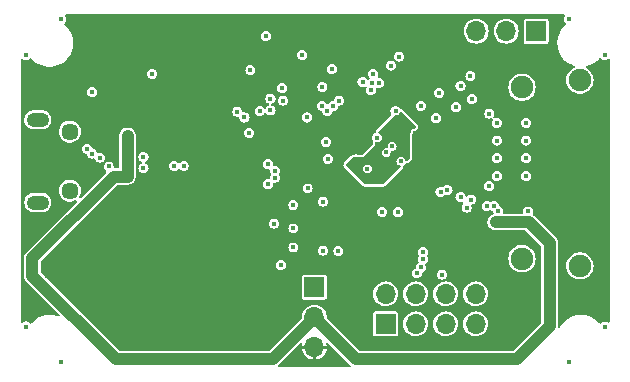
<source format=gbr>
%TF.GenerationSoftware,KiCad,Pcbnew,8.0.2*%
%TF.CreationDate,2024-05-26T20:11:31+02:00*%
%TF.ProjectId,protoB,70726f74-6f42-42e6-9b69-6361645f7063,rev?*%
%TF.SameCoordinates,PXbe7f170PY6de9350*%
%TF.FileFunction,Copper,L3,Inr*%
%TF.FilePolarity,Positive*%
%FSLAX46Y46*%
G04 Gerber Fmt 4.6, Leading zero omitted, Abs format (unit mm)*
G04 Created by KiCad (PCBNEW 8.0.2) date 2024-05-26 20:11:31*
%MOMM*%
%LPD*%
G01*
G04 APERTURE LIST*
%TA.AperFunction,ComponentPad*%
%ADD10R,1.700000X1.700000*%
%TD*%
%TA.AperFunction,ComponentPad*%
%ADD11O,1.700000X1.700000*%
%TD*%
%TA.AperFunction,ComponentPad*%
%ADD12C,1.900000*%
%TD*%
%TA.AperFunction,ComponentPad*%
%ADD13O,1.900000X1.200000*%
%TD*%
%TA.AperFunction,ComponentPad*%
%ADD14C,1.450000*%
%TD*%
%TA.AperFunction,ViaPad*%
%ADD15C,0.450000*%
%TD*%
%TA.AperFunction,Conductor*%
%ADD16C,1.000000*%
%TD*%
G04 APERTURE END LIST*
D10*
%TO.N,GND*%
%TO.C,J6*%
X25167000Y7080000D03*
D11*
%TO.N,VBUS*%
X25167000Y4540000D03*
%TO.N,+3V3*%
X25167000Y2000000D03*
%TD*%
D10*
%TO.N,GND*%
%TO.C,J2*%
X43950000Y28750000D03*
D11*
%TO.N,/SWCLK*%
X41410000Y28750000D03*
%TO.N,/SWDIO*%
X38870000Y28750000D03*
%TD*%
D10*
%TO.N,GND*%
%TO.C,J4*%
X31200000Y3975000D03*
D11*
%TO.N,/PIX0*%
X31200000Y6515000D03*
%TO.N,/UART_TX*%
X33740000Y3975000D03*
%TO.N,/PIX1*%
X33740000Y6515000D03*
%TO.N,/UART_RX*%
X36280000Y3975000D03*
%TO.N,/PIX2*%
X36280000Y6515000D03*
%TO.N,/PIXCLK*%
X38820000Y3975000D03*
%TO.N,/PIX3*%
X38820000Y6515000D03*
%TD*%
D12*
%TO.N,GND*%
%TO.C,J5*%
X47650000Y24600000D03*
X42750000Y24000000D03*
X42750000Y9500000D03*
X47650000Y8900000D03*
%TD*%
D13*
%TO.N,GND*%
%TO.C,J1*%
X1762500Y21250000D03*
D14*
X4462500Y20250000D03*
X4462500Y15250000D03*
D13*
X1762500Y14250000D03*
%TD*%
D15*
%TO.N,+3V3*%
X26850000Y18700000D03*
X31500000Y14150000D03*
X31500000Y15050000D03*
X14100000Y19550000D03*
X13300000Y19550000D03*
X23010000Y20850000D03*
X29650000Y17100000D03*
X13900000Y25150000D03*
X28300000Y18650000D03*
X23050000Y27350000D03*
X21660000Y9000000D03*
X23650000Y24525000D03*
X22580000Y13920000D03*
X33700000Y20150000D03*
X19250000Y22500000D03*
X31150000Y21650000D03*
X22590000Y14510000D03*
X37050000Y11650000D03*
X34200000Y18150000D03*
X5520000Y11970000D03*
%TO.N,GND*%
X43100000Y21000000D03*
X43100000Y19500000D03*
X43100000Y18000000D03*
X43100000Y16500000D03*
X43250000Y13500000D03*
X31250000Y18500000D03*
X32500000Y17750000D03*
X23390000Y14050000D03*
X23390000Y10450000D03*
X31750000Y19000000D03*
X30500000Y19750000D03*
X7000000Y18050000D03*
X7750000Y17300000D03*
X13300000Y17350000D03*
X14100000Y17350000D03*
X40750000Y13500000D03*
X36440859Y15313435D03*
X32250000Y13450000D03*
X30920000Y13470000D03*
X23390000Y12060000D03*
X21740000Y12470000D03*
X38510000Y23000000D03*
X37550000Y24130000D03*
X38380000Y24940000D03*
X31630000Y25850000D03*
X32350000Y26610000D03*
X34180000Y22440000D03*
X29250000Y24450000D03*
X25850000Y24050000D03*
X37550000Y14700000D03*
X49750000Y26750000D03*
X46750000Y29750000D03*
X3750000Y29750000D03*
X750000Y26750000D03*
X750000Y3750000D03*
X3750000Y750000D03*
X46750000Y750000D03*
X49750000Y3750000D03*
X26150000Y19400000D03*
X26300000Y17950000D03*
X10700000Y18100000D03*
X10700000Y17150000D03*
X24600000Y15450000D03*
X21250000Y15800000D03*
X27200000Y10150000D03*
X21250000Y17500000D03*
X40625000Y21000000D03*
X40625000Y19500000D03*
X40625000Y18000000D03*
X40625000Y16500000D03*
X39975000Y15650000D03*
X38450000Y14500000D03*
X39990000Y21780000D03*
X35470000Y21380000D03*
X37160000Y22340000D03*
X35750000Y23530000D03*
X25890000Y10180000D03*
X25890000Y14330000D03*
X22330000Y8960000D03*
X30150000Y25150000D03*
X35950000Y8150000D03*
X18650000Y21950000D03*
X24150000Y26750000D03*
X24550000Y21450000D03*
X21450000Y23050000D03*
X25826586Y22433611D03*
X27275591Y22882834D03*
X34350000Y10050000D03*
X34182822Y8749232D03*
X20550000Y22000000D03*
X19650000Y20150000D03*
X19750000Y25450000D03*
%TO.N,+1V1*%
X30550000Y16050000D03*
X32500000Y21500000D03*
X30149992Y16400008D03*
X29100000Y17550000D03*
X28700000Y17900000D03*
X33010748Y21114040D03*
%TO.N,VBUS*%
X9350000Y16449992D03*
X9350000Y19900000D03*
X40524970Y12600000D03*
%TO.N,/USB_D-*%
X5944939Y18805061D03*
X21850000Y16940000D03*
%TO.N,/USB_D+*%
X21850000Y16360000D03*
X6355061Y18394939D03*
%TO.N,/RUN_~{RST}*%
X11450000Y25150000D03*
X32039782Y21999990D03*
%TO.N,/USER_LED_BUTTON*%
X6350000Y23600000D03*
X35850000Y15150000D03*
%TO.N,Net-(J5-CEC)*%
X38060000Y13820000D03*
%TO.N,/uC_DVI_SCL*%
X30019805Y24344646D03*
X39765574Y13939375D03*
%TO.N,/uC_DVI_SDA*%
X40372355Y13969006D03*
X30619301Y24369301D03*
%TO.N,/uC_DVI_CEC*%
X29956853Y23747955D03*
%TO.N,/PIX3*%
X34350000Y9450000D03*
%TO.N,/PIX2*%
X33850000Y8250000D03*
%TO.N,/~{CS}*%
X21050000Y28350000D03*
%TO.N,/DQ7*%
X19250000Y21450000D03*
%TO.N,/DQ1*%
X26274087Y21968326D03*
X21450000Y22050000D03*
%TO.N,/DQ0*%
X22512605Y22878453D03*
X26754249Y22418326D03*
%TO.N,/RWDS*%
X22450000Y23950000D03*
%TO.N,/CK*%
X26650000Y25550000D03*
%TD*%
D16*
%TO.N,VBUS*%
X45100000Y10850000D02*
X43350000Y12600000D01*
X43350000Y12600000D02*
X40843168Y12600000D01*
X42299998Y1000000D02*
X45100000Y3800002D01*
X45100000Y3800002D02*
X45100000Y10850000D01*
X25167000Y4506000D02*
X21661000Y1000000D01*
X9350000Y19900000D02*
X9350000Y16449992D01*
X40843168Y12600000D02*
X40524970Y12600000D01*
X1291000Y9545998D02*
X8194994Y16449992D01*
X8353000Y1000000D02*
X1291000Y8062000D01*
X25167000Y4506000D02*
X25194000Y4506000D01*
X28700000Y1000000D02*
X42299998Y1000000D01*
X25194000Y4506000D02*
X28700000Y1000000D01*
X8194994Y16449992D02*
X9350000Y16449992D01*
X21661000Y1000000D02*
X8353000Y1000000D01*
X1291000Y8062000D02*
X1291000Y9545998D01*
%TD*%
%TA.AperFunction,Conductor*%
%TO.N,+1V1*%
G36*
X32512889Y21937111D02*
G01*
X33754744Y20695256D01*
X33773489Y20650001D01*
X33754744Y20604746D01*
X33691154Y20541156D01*
X33655911Y20523199D01*
X33582520Y20511575D01*
X33582512Y20511572D01*
X33476539Y20457576D01*
X33476537Y20457575D01*
X33476535Y20457573D01*
X33392427Y20373465D01*
X33392425Y20373463D01*
X33392424Y20373461D01*
X33338428Y20267488D01*
X33338425Y20267480D01*
X33326801Y20194088D01*
X33308844Y20158845D01*
X33250000Y20100001D01*
X33250000Y18076511D01*
X33231255Y18031256D01*
X32978545Y17778546D01*
X32933290Y17759801D01*
X32888035Y17778546D01*
X32870078Y17813789D01*
X32861574Y17867481D01*
X32861574Y17867482D01*
X32807573Y17973465D01*
X32723465Y18057573D01*
X32617482Y18111574D01*
X32617479Y18111575D01*
X32617481Y18111575D01*
X32500000Y18130181D01*
X32382519Y18111575D01*
X32276536Y18057574D01*
X32192426Y17973464D01*
X32138425Y17867481D01*
X32119819Y17750001D01*
X32119819Y17750000D01*
X32138425Y17632520D01*
X32138425Y17632519D01*
X32138426Y17632518D01*
X32192427Y17526535D01*
X32276535Y17442427D01*
X32382518Y17388426D01*
X32436211Y17379922D01*
X32477975Y17354330D01*
X32489411Y17306700D01*
X32471454Y17271456D01*
X31018745Y15818745D01*
X30973490Y15800000D01*
X29476510Y15800000D01*
X29431255Y15818745D01*
X28149999Y17100001D01*
X29269819Y17100001D01*
X29269819Y17100000D01*
X29288425Y16982520D01*
X29288425Y16982519D01*
X29288426Y16982518D01*
X29342427Y16876535D01*
X29426535Y16792427D01*
X29532518Y16738426D01*
X29650000Y16719819D01*
X29767482Y16738426D01*
X29873465Y16792427D01*
X29957573Y16876535D01*
X30011574Y16982518D01*
X30030181Y17100000D01*
X30011574Y17217482D01*
X29957573Y17323465D01*
X29873465Y17407573D01*
X29767482Y17461574D01*
X29767479Y17461575D01*
X29767481Y17461575D01*
X29650000Y17480181D01*
X29532519Y17461575D01*
X29426536Y17407574D01*
X29342426Y17323464D01*
X29288425Y17217481D01*
X29269819Y17100001D01*
X28149999Y17100001D01*
X27845255Y17404745D01*
X27826510Y17450000D01*
X27845255Y17495255D01*
X28431255Y18081255D01*
X28476510Y18100000D01*
X29349999Y18100000D01*
X29350000Y18100000D01*
X29750001Y18500001D01*
X30869819Y18500001D01*
X30869819Y18500000D01*
X30888425Y18382520D01*
X30888425Y18382519D01*
X30888426Y18382518D01*
X30942427Y18276535D01*
X31026535Y18192427D01*
X31132518Y18138426D01*
X31250000Y18119819D01*
X31367482Y18138426D01*
X31473465Y18192427D01*
X31557573Y18276535D01*
X31611574Y18382518D01*
X31630181Y18500000D01*
X31621412Y18555365D01*
X31632847Y18602994D01*
X31674612Y18628588D01*
X31694634Y18628588D01*
X31750000Y18619819D01*
X31867482Y18638426D01*
X31973465Y18692427D01*
X32057573Y18776535D01*
X32111574Y18882518D01*
X32130181Y19000000D01*
X32111574Y19117482D01*
X32057573Y19223465D01*
X31973465Y19307573D01*
X31867482Y19361574D01*
X31867479Y19361575D01*
X31867481Y19361575D01*
X31750000Y19380181D01*
X31632519Y19361575D01*
X31526536Y19307574D01*
X31442426Y19223464D01*
X31388425Y19117481D01*
X31369819Y19000001D01*
X31369819Y18999999D01*
X31378587Y18944636D01*
X31367152Y18897006D01*
X31325386Y18871413D01*
X31305364Y18871413D01*
X31250002Y18880181D01*
X31250000Y18880181D01*
X31132519Y18861575D01*
X31026536Y18807574D01*
X30942426Y18723464D01*
X30888425Y18617481D01*
X30869819Y18500001D01*
X29750001Y18500001D01*
X30300000Y19050000D01*
X30300000Y19327150D01*
X30318745Y19372405D01*
X30364000Y19391150D01*
X30377510Y19389009D01*
X30377543Y19389214D01*
X30382517Y19388427D01*
X30382518Y19388426D01*
X30500000Y19369819D01*
X30617482Y19388426D01*
X30723465Y19442427D01*
X30807573Y19526535D01*
X30861574Y19632518D01*
X30880181Y19750000D01*
X30861574Y19867482D01*
X30807573Y19973465D01*
X30723465Y20057573D01*
X30617482Y20111574D01*
X30617479Y20111575D01*
X30617481Y20111575D01*
X30606950Y20113242D01*
X30565185Y20138836D01*
X30553750Y20186466D01*
X30571704Y20221705D01*
X31956320Y21606321D01*
X32001572Y21625064D01*
X32011570Y21624278D01*
X32039782Y21619809D01*
X32157264Y21638416D01*
X32263247Y21692417D01*
X32347355Y21776525D01*
X32401356Y21882508D01*
X32404422Y21901868D01*
X32430015Y21943633D01*
X32477645Y21955068D01*
X32512889Y21937111D01*
G37*
%TD.AperFunction*%
%TD*%
%TA.AperFunction,Conductor*%
%TO.N,+3V3*%
G36*
X26339655Y2368366D02*
G01*
X26349908Y2359435D01*
X28214841Y494502D01*
X28242617Y439987D01*
X28233046Y379555D01*
X28189781Y336290D01*
X28144836Y325500D01*
X22216164Y325500D01*
X22157973Y344407D01*
X22122009Y393907D01*
X22122009Y455093D01*
X22146158Y494502D01*
X23972336Y2320681D01*
X24026851Y2348456D01*
X24087283Y2338885D01*
X24130548Y2295620D01*
X24140119Y2235188D01*
X24137076Y2221941D01*
X24132192Y2205841D01*
X24132190Y2205831D01*
X24124229Y2125001D01*
X24124230Y2125000D01*
X24682856Y2125000D01*
X24667000Y2065826D01*
X24667000Y1934174D01*
X24682856Y1875000D01*
X24124229Y1875000D01*
X24132190Y1794170D01*
X24132191Y1794164D01*
X24192232Y1596238D01*
X24192234Y1596233D01*
X24289724Y1413840D01*
X24289731Y1413830D01*
X24420940Y1253950D01*
X24420949Y1253941D01*
X24580829Y1122732D01*
X24580839Y1122725D01*
X24763232Y1025235D01*
X24763237Y1025233D01*
X24961166Y965192D01*
X25041998Y957231D01*
X25042000Y957232D01*
X25042000Y1515856D01*
X25101174Y1500000D01*
X25232826Y1500000D01*
X25292000Y1515856D01*
X25292000Y957232D01*
X25292001Y957231D01*
X25372833Y965192D01*
X25570762Y1025233D01*
X25570767Y1025235D01*
X25753160Y1122725D01*
X25753170Y1122732D01*
X25913050Y1253941D01*
X25913059Y1253950D01*
X26044268Y1413830D01*
X26044275Y1413840D01*
X26141765Y1596233D01*
X26141767Y1596238D01*
X26201808Y1794164D01*
X26201809Y1794170D01*
X26209771Y1875000D01*
X25651144Y1875000D01*
X25667000Y1934174D01*
X25667000Y2065826D01*
X25651144Y2125000D01*
X26209770Y2125000D01*
X26209770Y2125001D01*
X26201809Y2205831D01*
X26201808Y2205833D01*
X26185167Y2260692D01*
X26186368Y2321866D01*
X26223296Y2370650D01*
X26281847Y2388412D01*
X26339655Y2368366D01*
G37*
%TD.AperFunction*%
%TA.AperFunction,Conductor*%
G36*
X46391936Y30155593D02*
G01*
X46427900Y30106093D01*
X46427900Y30044907D01*
X46403750Y30005499D01*
X46401472Y30003220D01*
X46401470Y30003218D01*
X46340282Y29883130D01*
X46340281Y29883128D01*
X46319196Y29750001D01*
X46319196Y29750000D01*
X46340281Y29616873D01*
X46340282Y29616871D01*
X46401470Y29496783D01*
X46401472Y29496780D01*
X46468746Y29429506D01*
X46496522Y29374991D01*
X46486951Y29314559D01*
X46459009Y29280963D01*
X46428156Y29257289D01*
X46242715Y29071848D01*
X46083075Y28863803D01*
X45951953Y28636690D01*
X45851604Y28394425D01*
X45851602Y28394419D01*
X45803769Y28215901D01*
X45783729Y28141111D01*
X45749500Y27881121D01*
X45749500Y27618880D01*
X45755686Y27571890D01*
X45783730Y27358884D01*
X45850937Y27108064D01*
X45851600Y27105589D01*
X45851604Y27105576D01*
X45951953Y26863311D01*
X45951955Y26863307D01*
X45951957Y26863303D01*
X46083076Y26636197D01*
X46242718Y26428149D01*
X46428149Y26242718D01*
X46636197Y26083076D01*
X46863303Y25951957D01*
X47105581Y25851602D01*
X47161771Y25836546D01*
X47213084Y25803224D01*
X47235012Y25746103D01*
X47219177Y25687002D01*
X47171913Y25648606D01*
X47134983Y25634299D01*
X47134975Y25634295D01*
X46953699Y25522054D01*
X46953692Y25522048D01*
X46796135Y25378414D01*
X46796131Y25378411D01*
X46796128Y25378407D01*
X46796125Y25378403D01*
X46667635Y25208257D01*
X46667630Y25208248D01*
X46572596Y25017392D01*
X46572595Y25017389D01*
X46572448Y25016873D01*
X46514244Y24812312D01*
X46494571Y24600000D01*
X46514244Y24387689D01*
X46534394Y24316871D01*
X46572595Y24182611D01*
X46667634Y23991745D01*
X46796128Y23821593D01*
X46866734Y23757227D01*
X46953692Y23677953D01*
X46953699Y23677947D01*
X47014532Y23640281D01*
X47134981Y23565702D01*
X47333802Y23488679D01*
X47543390Y23449500D01*
X47756610Y23449500D01*
X47966198Y23488679D01*
X48165019Y23565702D01*
X48346302Y23677948D01*
X48503872Y23821593D01*
X48632366Y23991745D01*
X48727405Y24182611D01*
X48785756Y24387690D01*
X48805429Y24600000D01*
X48785756Y24812310D01*
X48727405Y25017389D01*
X48632366Y25208255D01*
X48503872Y25378407D01*
X48425338Y25450001D01*
X48346307Y25522048D01*
X48346300Y25522054D01*
X48184026Y25622530D01*
X48144505Y25669239D01*
X48139986Y25730257D01*
X48172196Y25782278D01*
X48210516Y25802326D01*
X48394419Y25851602D01*
X48636697Y25951957D01*
X48863803Y26083076D01*
X49071851Y26242718D01*
X49257282Y26428149D01*
X49280960Y26459008D01*
X49331383Y26493664D01*
X49392548Y26492064D01*
X49429504Y26468748D01*
X49496780Y26401472D01*
X49616874Y26340281D01*
X49750000Y26319196D01*
X49883126Y26340281D01*
X50003220Y26401472D01*
X50005498Y26403751D01*
X50008367Y26405213D01*
X50009525Y26406053D01*
X50009658Y26405870D01*
X50060013Y26431526D01*
X50120445Y26421955D01*
X50163710Y26378690D01*
X50174500Y26333745D01*
X50174500Y4166255D01*
X50155593Y4108064D01*
X50106093Y4072100D01*
X50044907Y4072100D01*
X50005498Y4096250D01*
X50003220Y4098528D01*
X50003217Y4098530D01*
X49883129Y4159718D01*
X49883127Y4159719D01*
X49750000Y4180804D01*
X49616872Y4159719D01*
X49616870Y4159718D01*
X49496782Y4098530D01*
X49496778Y4098527D01*
X49429506Y4031255D01*
X49374989Y4003478D01*
X49314557Y4013050D01*
X49280963Y4040990D01*
X49257282Y4071851D01*
X49071851Y4257282D01*
X48863803Y4416924D01*
X48863804Y4416924D01*
X48863802Y4416925D01*
X48726956Y4495932D01*
X48636697Y4548043D01*
X48636693Y4548045D01*
X48636689Y4548047D01*
X48394424Y4648396D01*
X48394423Y4648397D01*
X48394419Y4648398D01*
X48141116Y4716270D01*
X48141111Y4716271D01*
X48141110Y4716271D01*
X47881120Y4750500D01*
X47618880Y4750500D01*
X47618879Y4750500D01*
X47358889Y4716271D01*
X47358886Y4716271D01*
X47358884Y4716270D01*
X47173464Y4666588D01*
X47105588Y4648400D01*
X47105575Y4648396D01*
X46863310Y4548047D01*
X46636197Y4416925D01*
X46428152Y4257285D01*
X46242715Y4071848D01*
X46083075Y3863802D01*
X45985237Y3694340D01*
X45939767Y3653399D01*
X45878917Y3647003D01*
X45825929Y3677596D01*
X45801042Y3733492D01*
X45800500Y3743840D01*
X45800500Y8900000D01*
X46494571Y8900000D01*
X46514244Y8687689D01*
X46524877Y8650320D01*
X46572595Y8482611D01*
X46667634Y8291745D01*
X46796128Y8121593D01*
X46866734Y8057227D01*
X46953692Y7977953D01*
X46953699Y7977947D01*
X46999242Y7949748D01*
X47134981Y7865702D01*
X47333802Y7788679D01*
X47543390Y7749500D01*
X47756610Y7749500D01*
X47966198Y7788679D01*
X48165019Y7865702D01*
X48346302Y7977948D01*
X48503872Y8121593D01*
X48632366Y8291745D01*
X48727405Y8482611D01*
X48785756Y8687690D01*
X48805429Y8900000D01*
X48785756Y9112310D01*
X48727405Y9317389D01*
X48632366Y9508255D01*
X48503872Y9678407D01*
X48374024Y9796780D01*
X48346307Y9822048D01*
X48346300Y9822054D01*
X48165024Y9934295D01*
X48165019Y9934298D01*
X47966195Y10011322D01*
X47756610Y10050500D01*
X47543390Y10050500D01*
X47333804Y10011322D01*
X47134980Y9934298D01*
X47134975Y9934295D01*
X46953699Y9822054D01*
X46953692Y9822048D01*
X46796135Y9678414D01*
X46796131Y9678411D01*
X46796128Y9678407D01*
X46796125Y9678403D01*
X46667635Y9508257D01*
X46667630Y9508248D01*
X46598651Y9369718D01*
X46572595Y9317389D01*
X46563333Y9284837D01*
X46514244Y9112312D01*
X46494571Y8900000D01*
X45800500Y8900000D01*
X45800500Y10918992D01*
X45800499Y10918996D01*
X45773580Y11054328D01*
X45720775Y11181811D01*
X45644114Y11296543D01*
X43796543Y13144114D01*
X43796539Y13144117D01*
X43682943Y13220019D01*
X43645063Y13268069D01*
X43642661Y13329207D01*
X43649733Y13347277D01*
X43659719Y13366874D01*
X43680804Y13500000D01*
X43679446Y13508571D01*
X43674372Y13540610D01*
X43659719Y13633126D01*
X43598528Y13753220D01*
X43503220Y13848528D01*
X43503217Y13848530D01*
X43383129Y13909718D01*
X43383127Y13909719D01*
X43250000Y13930804D01*
X43116872Y13909719D01*
X43116870Y13909718D01*
X42996782Y13848530D01*
X42901470Y13753218D01*
X42840282Y13633130D01*
X42840281Y13633128D01*
X42819196Y13500001D01*
X42819196Y13500000D01*
X42827194Y13449500D01*
X42832661Y13414987D01*
X42823090Y13354555D01*
X42779825Y13311291D01*
X42734880Y13300500D01*
X41265120Y13300500D01*
X41206929Y13319407D01*
X41170965Y13368907D01*
X41167339Y13414987D01*
X41172806Y13449500D01*
X41180804Y13500000D01*
X41179446Y13508571D01*
X41174372Y13540610D01*
X41159719Y13633126D01*
X41098528Y13753220D01*
X41003220Y13848528D01*
X41003217Y13848530D01*
X40883129Y13909718D01*
X40883127Y13909719D01*
X40882416Y13909832D01*
X40881773Y13909934D01*
X40880553Y13910556D01*
X40875718Y13912126D01*
X40875966Y13912892D01*
X40827258Y13937711D01*
X40799481Y13992227D01*
X40795489Y14017431D01*
X40782074Y14102132D01*
X40720883Y14222226D01*
X40625575Y14317534D01*
X40625572Y14317536D01*
X40505484Y14378724D01*
X40505482Y14378725D01*
X40372355Y14399810D01*
X40239227Y14378725D01*
X40239225Y14378724D01*
X40119137Y14317536D01*
X40119131Y14317531D01*
X40116492Y14314892D01*
X40113168Y14313199D01*
X40112830Y14312953D01*
X40112791Y14313007D01*
X40061974Y14287118D01*
X40001548Y14296690D01*
X39898700Y14349094D01*
X39765574Y14370179D01*
X39632446Y14349094D01*
X39632444Y14349093D01*
X39512356Y14287905D01*
X39417044Y14192593D01*
X39355856Y14072505D01*
X39355855Y14072503D01*
X39334770Y13939376D01*
X39334770Y13939375D01*
X39355855Y13806248D01*
X39355856Y13806246D01*
X39416680Y13686873D01*
X39417046Y13686155D01*
X39512354Y13590847D01*
X39512356Y13590846D01*
X39629219Y13531301D01*
X39632448Y13529656D01*
X39765574Y13508571D01*
X39898700Y13529656D01*
X40018794Y13590847D01*
X40021429Y13593483D01*
X40024749Y13595175D01*
X40025099Y13595428D01*
X40025139Y13595373D01*
X40075942Y13621262D01*
X40136374Y13611695D01*
X40239229Y13559287D01*
X40240575Y13559074D01*
X40241788Y13558456D01*
X40246636Y13556881D01*
X40246386Y13556114D01*
X40295091Y13531301D01*
X40322872Y13476786D01*
X40322873Y13476780D01*
X40340729Y13364043D01*
X40331158Y13303611D01*
X40287893Y13260346D01*
X40280834Y13257092D01*
X40193160Y13220776D01*
X40193152Y13220772D01*
X40078428Y13144115D01*
X39980855Y13046542D01*
X39904198Y12931818D01*
X39904192Y12931807D01*
X39851390Y12804330D01*
X39851390Y12804328D01*
X39824470Y12668996D01*
X39824470Y12668993D01*
X39824470Y12531007D01*
X39848832Y12408530D01*
X39851390Y12395673D01*
X39851390Y12395671D01*
X39904192Y12268194D01*
X39904198Y12268183D01*
X39980855Y12153459D01*
X40078428Y12055886D01*
X40193152Y11979229D01*
X40193163Y11979223D01*
X40240253Y11959718D01*
X40320642Y11926420D01*
X40455977Y11899500D01*
X40774175Y11899500D01*
X43018835Y11899500D01*
X43077026Y11880593D01*
X43088839Y11870504D01*
X44370504Y10588839D01*
X44398281Y10534322D01*
X44399500Y10518835D01*
X44399500Y4131167D01*
X44380593Y4072976D01*
X44370504Y4061163D01*
X42038837Y1729496D01*
X41984320Y1701719D01*
X41968833Y1700500D01*
X29031165Y1700500D01*
X28972974Y1719407D01*
X28961161Y1729496D01*
X26249242Y4441415D01*
X26221465Y4495932D01*
X26220723Y4521121D01*
X26222583Y4540000D01*
X26204716Y4721405D01*
X26202301Y4745930D01*
X26202300Y4745935D01*
X26172326Y4844747D01*
X30149500Y4844747D01*
X30149500Y3105254D01*
X30149501Y3105242D01*
X30161132Y3046773D01*
X30161134Y3046767D01*
X30205445Y2980452D01*
X30205448Y2980448D01*
X30271769Y2936133D01*
X30316231Y2927289D01*
X30330241Y2924502D01*
X30330246Y2924502D01*
X30330252Y2924500D01*
X30330253Y2924500D01*
X32069747Y2924500D01*
X32069748Y2924500D01*
X32128231Y2936133D01*
X32194552Y2980448D01*
X32238867Y3046769D01*
X32250500Y3105252D01*
X32250500Y3975004D01*
X32684417Y3975004D01*
X32684417Y3974997D01*
X32704698Y3769071D01*
X32704699Y3769066D01*
X32764768Y3571046D01*
X32862316Y3388548D01*
X32915271Y3324022D01*
X32993590Y3228590D01*
X32993595Y3228586D01*
X33153547Y3097317D01*
X33153548Y3097317D01*
X33153550Y3097315D01*
X33336046Y2999768D01*
X33473997Y2957922D01*
X33534065Y2939700D01*
X33534070Y2939699D01*
X33739997Y2919417D01*
X33740000Y2919417D01*
X33740003Y2919417D01*
X33945929Y2939699D01*
X33945934Y2939700D01*
X34143954Y2999768D01*
X34326450Y3097315D01*
X34486410Y3228590D01*
X34617685Y3388550D01*
X34715232Y3571046D01*
X34775300Y3769066D01*
X34775301Y3769071D01*
X34795583Y3974997D01*
X34795583Y3975004D01*
X35224417Y3975004D01*
X35224417Y3974997D01*
X35244698Y3769071D01*
X35244699Y3769066D01*
X35304768Y3571046D01*
X35402316Y3388548D01*
X35455271Y3324022D01*
X35533590Y3228590D01*
X35533595Y3228586D01*
X35693547Y3097317D01*
X35693548Y3097317D01*
X35693550Y3097315D01*
X35876046Y2999768D01*
X36013997Y2957922D01*
X36074065Y2939700D01*
X36074070Y2939699D01*
X36279997Y2919417D01*
X36280000Y2919417D01*
X36280003Y2919417D01*
X36485929Y2939699D01*
X36485934Y2939700D01*
X36683954Y2999768D01*
X36866450Y3097315D01*
X37026410Y3228590D01*
X37157685Y3388550D01*
X37255232Y3571046D01*
X37315300Y3769066D01*
X37315301Y3769071D01*
X37335583Y3974997D01*
X37335583Y3975004D01*
X37764417Y3975004D01*
X37764417Y3974997D01*
X37784698Y3769071D01*
X37784699Y3769066D01*
X37844768Y3571046D01*
X37942316Y3388548D01*
X37995271Y3324022D01*
X38073590Y3228590D01*
X38073595Y3228586D01*
X38233547Y3097317D01*
X38233548Y3097317D01*
X38233550Y3097315D01*
X38416046Y2999768D01*
X38553997Y2957922D01*
X38614065Y2939700D01*
X38614070Y2939699D01*
X38819997Y2919417D01*
X38820000Y2919417D01*
X38820003Y2919417D01*
X39025929Y2939699D01*
X39025934Y2939700D01*
X39223954Y2999768D01*
X39406450Y3097315D01*
X39566410Y3228590D01*
X39697685Y3388550D01*
X39795232Y3571046D01*
X39855300Y3769066D01*
X39855301Y3769071D01*
X39875583Y3974997D01*
X39875583Y3975004D01*
X39855301Y4180930D01*
X39855300Y4180935D01*
X39832139Y4257285D01*
X39795232Y4378954D01*
X39697685Y4561450D01*
X39655442Y4612923D01*
X39570627Y4716271D01*
X39566410Y4721410D01*
X39416123Y4844747D01*
X39406452Y4852684D01*
X39223954Y4950232D01*
X39025934Y5010301D01*
X39025929Y5010302D01*
X38820003Y5030583D01*
X38819997Y5030583D01*
X38614070Y5010302D01*
X38614065Y5010301D01*
X38416045Y4950232D01*
X38233547Y4852684D01*
X38073595Y4721415D01*
X38073585Y4721405D01*
X37942316Y4561453D01*
X37844768Y4378955D01*
X37784699Y4180935D01*
X37784698Y4180930D01*
X37764417Y3975004D01*
X37335583Y3975004D01*
X37315301Y4180930D01*
X37315300Y4180935D01*
X37292139Y4257285D01*
X37255232Y4378954D01*
X37157685Y4561450D01*
X37115442Y4612923D01*
X37030627Y4716271D01*
X37026410Y4721410D01*
X36876123Y4844747D01*
X36866452Y4852684D01*
X36683954Y4950232D01*
X36485934Y5010301D01*
X36485929Y5010302D01*
X36280003Y5030583D01*
X36279997Y5030583D01*
X36074070Y5010302D01*
X36074065Y5010301D01*
X35876045Y4950232D01*
X35693547Y4852684D01*
X35533595Y4721415D01*
X35533585Y4721405D01*
X35402316Y4561453D01*
X35304768Y4378955D01*
X35244699Y4180935D01*
X35244698Y4180930D01*
X35224417Y3975004D01*
X34795583Y3975004D01*
X34775301Y4180930D01*
X34775300Y4180935D01*
X34752139Y4257285D01*
X34715232Y4378954D01*
X34617685Y4561450D01*
X34575442Y4612923D01*
X34490627Y4716271D01*
X34486410Y4721410D01*
X34336123Y4844747D01*
X34326452Y4852684D01*
X34143954Y4950232D01*
X33945934Y5010301D01*
X33945929Y5010302D01*
X33740003Y5030583D01*
X33739997Y5030583D01*
X33534070Y5010302D01*
X33534065Y5010301D01*
X33336045Y4950232D01*
X33153547Y4852684D01*
X32993595Y4721415D01*
X32993585Y4721405D01*
X32862316Y4561453D01*
X32764768Y4378955D01*
X32704699Y4180935D01*
X32704698Y4180930D01*
X32684417Y3975004D01*
X32250500Y3975004D01*
X32250500Y4844748D01*
X32248921Y4852684D01*
X32247711Y4858769D01*
X32238867Y4903231D01*
X32194552Y4969552D01*
X32194548Y4969555D01*
X32128233Y5013866D01*
X32128231Y5013867D01*
X32128228Y5013868D01*
X32128227Y5013868D01*
X32069758Y5025499D01*
X32069748Y5025500D01*
X30330252Y5025500D01*
X30330251Y5025500D01*
X30330241Y5025499D01*
X30271772Y5013868D01*
X30271766Y5013866D01*
X30205451Y4969555D01*
X30205445Y4969549D01*
X30161134Y4903234D01*
X30161132Y4903228D01*
X30149501Y4844759D01*
X30149500Y4844747D01*
X26172326Y4844747D01*
X26169918Y4852685D01*
X26142232Y4943954D01*
X26044685Y5126450D01*
X25913410Y5286410D01*
X25913404Y5286415D01*
X25753452Y5417684D01*
X25570954Y5515232D01*
X25372934Y5575301D01*
X25372929Y5575302D01*
X25167003Y5595583D01*
X25166997Y5595583D01*
X24961070Y5575302D01*
X24961065Y5575301D01*
X24763045Y5515232D01*
X24580547Y5417684D01*
X24420595Y5286415D01*
X24420585Y5286405D01*
X24289316Y5126453D01*
X24191768Y4943955D01*
X24131699Y4745935D01*
X24131698Y4745930D01*
X24111417Y4540004D01*
X24111417Y4539996D01*
X24115696Y4496542D01*
X24102583Y4436778D01*
X24087177Y4416836D01*
X21399839Y1729496D01*
X21345322Y1701719D01*
X21329835Y1700500D01*
X8684165Y1700500D01*
X8625974Y1719407D01*
X8614161Y1729496D01*
X2393910Y7949747D01*
X24116500Y7949747D01*
X24116500Y6210254D01*
X24116501Y6210242D01*
X24128132Y6151773D01*
X24128134Y6151767D01*
X24172445Y6085452D01*
X24172448Y6085448D01*
X24238769Y6041133D01*
X24283231Y6032289D01*
X24297241Y6029502D01*
X24297246Y6029502D01*
X24297252Y6029500D01*
X24297253Y6029500D01*
X26036747Y6029500D01*
X26036748Y6029500D01*
X26095231Y6041133D01*
X26161552Y6085448D01*
X26205867Y6151769D01*
X26217500Y6210252D01*
X26217500Y6515004D01*
X30144417Y6515004D01*
X30144417Y6514997D01*
X30164698Y6309071D01*
X30164699Y6309066D01*
X30224768Y6111046D01*
X30322316Y5928548D01*
X30453585Y5768596D01*
X30453590Y5768590D01*
X30453595Y5768586D01*
X30613547Y5637317D01*
X30613548Y5637317D01*
X30613550Y5637315D01*
X30796046Y5539768D01*
X30933997Y5497922D01*
X30994065Y5479700D01*
X30994070Y5479699D01*
X31199997Y5459417D01*
X31200000Y5459417D01*
X31200003Y5459417D01*
X31405929Y5479699D01*
X31405934Y5479700D01*
X31603954Y5539768D01*
X31786450Y5637315D01*
X31946410Y5768590D01*
X32077685Y5928550D01*
X32175232Y6111046D01*
X32235300Y6309066D01*
X32235301Y6309071D01*
X32255583Y6514997D01*
X32255583Y6515004D01*
X32684417Y6515004D01*
X32684417Y6514997D01*
X32704698Y6309071D01*
X32704699Y6309066D01*
X32764768Y6111046D01*
X32862316Y5928548D01*
X32993585Y5768596D01*
X32993590Y5768590D01*
X32993595Y5768586D01*
X33153547Y5637317D01*
X33153548Y5637317D01*
X33153550Y5637315D01*
X33336046Y5539768D01*
X33473997Y5497922D01*
X33534065Y5479700D01*
X33534070Y5479699D01*
X33739997Y5459417D01*
X33740000Y5459417D01*
X33740003Y5459417D01*
X33945929Y5479699D01*
X33945934Y5479700D01*
X34143954Y5539768D01*
X34326450Y5637315D01*
X34486410Y5768590D01*
X34617685Y5928550D01*
X34715232Y6111046D01*
X34775300Y6309066D01*
X34775301Y6309071D01*
X34795583Y6514997D01*
X34795583Y6515004D01*
X35224417Y6515004D01*
X35224417Y6514997D01*
X35244698Y6309071D01*
X35244699Y6309066D01*
X35304768Y6111046D01*
X35402316Y5928548D01*
X35533585Y5768596D01*
X35533590Y5768590D01*
X35533595Y5768586D01*
X35693547Y5637317D01*
X35693548Y5637317D01*
X35693550Y5637315D01*
X35876046Y5539768D01*
X36013997Y5497922D01*
X36074065Y5479700D01*
X36074070Y5479699D01*
X36279997Y5459417D01*
X36280000Y5459417D01*
X36280003Y5459417D01*
X36485929Y5479699D01*
X36485934Y5479700D01*
X36683954Y5539768D01*
X36866450Y5637315D01*
X37026410Y5768590D01*
X37157685Y5928550D01*
X37255232Y6111046D01*
X37315300Y6309066D01*
X37315301Y6309071D01*
X37335583Y6514997D01*
X37335583Y6515004D01*
X37764417Y6515004D01*
X37764417Y6514997D01*
X37784698Y6309071D01*
X37784699Y6309066D01*
X37844768Y6111046D01*
X37942316Y5928548D01*
X38073585Y5768596D01*
X38073590Y5768590D01*
X38073595Y5768586D01*
X38233547Y5637317D01*
X38233548Y5637317D01*
X38233550Y5637315D01*
X38416046Y5539768D01*
X38553997Y5497922D01*
X38614065Y5479700D01*
X38614070Y5479699D01*
X38819997Y5459417D01*
X38820000Y5459417D01*
X38820003Y5459417D01*
X39025929Y5479699D01*
X39025934Y5479700D01*
X39223954Y5539768D01*
X39406450Y5637315D01*
X39566410Y5768590D01*
X39697685Y5928550D01*
X39795232Y6111046D01*
X39855300Y6309066D01*
X39855301Y6309071D01*
X39875583Y6514997D01*
X39875583Y6515004D01*
X39855301Y6720930D01*
X39855300Y6720935D01*
X39837078Y6781003D01*
X39795232Y6918954D01*
X39697685Y7101450D01*
X39566410Y7261410D01*
X39566404Y7261415D01*
X39406452Y7392684D01*
X39223954Y7490232D01*
X39025934Y7550301D01*
X39025929Y7550302D01*
X38820003Y7570583D01*
X38819997Y7570583D01*
X38614070Y7550302D01*
X38614065Y7550301D01*
X38416045Y7490232D01*
X38233547Y7392684D01*
X38073595Y7261415D01*
X38073585Y7261405D01*
X37942316Y7101453D01*
X37844768Y6918955D01*
X37784699Y6720935D01*
X37784698Y6720930D01*
X37764417Y6515004D01*
X37335583Y6515004D01*
X37315301Y6720930D01*
X37315300Y6720935D01*
X37297078Y6781003D01*
X37255232Y6918954D01*
X37157685Y7101450D01*
X37026410Y7261410D01*
X37026404Y7261415D01*
X36866452Y7392684D01*
X36683954Y7490232D01*
X36485934Y7550301D01*
X36485929Y7550302D01*
X36280003Y7570583D01*
X36279996Y7570583D01*
X36145138Y7557301D01*
X36085375Y7570413D01*
X36062228Y7596461D01*
X36039614Y7552068D01*
X35998345Y7527331D01*
X35933587Y7507687D01*
X35876046Y7490232D01*
X35876044Y7490232D01*
X35876044Y7490231D01*
X35693547Y7392684D01*
X35533595Y7261415D01*
X35533585Y7261405D01*
X35402316Y7101453D01*
X35304768Y6918955D01*
X35244699Y6720935D01*
X35244698Y6720930D01*
X35224417Y6515004D01*
X34795583Y6515004D01*
X34775301Y6720930D01*
X34775300Y6720935D01*
X34757078Y6781003D01*
X34715232Y6918954D01*
X34617685Y7101450D01*
X34486410Y7261410D01*
X34486404Y7261415D01*
X34326452Y7392684D01*
X34143954Y7490232D01*
X33945934Y7550301D01*
X33945929Y7550302D01*
X33740003Y7570583D01*
X33739997Y7570583D01*
X33534070Y7550302D01*
X33534065Y7550301D01*
X33336045Y7490232D01*
X33153547Y7392684D01*
X32993595Y7261415D01*
X32993585Y7261405D01*
X32862316Y7101453D01*
X32764768Y6918955D01*
X32704699Y6720935D01*
X32704698Y6720930D01*
X32684417Y6515004D01*
X32255583Y6515004D01*
X32235301Y6720930D01*
X32235300Y6720935D01*
X32217078Y6781003D01*
X32175232Y6918954D01*
X32077685Y7101450D01*
X31946410Y7261410D01*
X31946404Y7261415D01*
X31786452Y7392684D01*
X31603954Y7490232D01*
X31405934Y7550301D01*
X31405929Y7550302D01*
X31200003Y7570583D01*
X31199997Y7570583D01*
X30994070Y7550302D01*
X30994065Y7550301D01*
X30796045Y7490232D01*
X30613547Y7392684D01*
X30453595Y7261415D01*
X30453585Y7261405D01*
X30322316Y7101453D01*
X30224768Y6918955D01*
X30164699Y6720935D01*
X30164698Y6720930D01*
X30144417Y6515004D01*
X26217500Y6515004D01*
X26217500Y7949748D01*
X26205867Y8008231D01*
X26161552Y8074552D01*
X26161548Y8074555D01*
X26095233Y8118866D01*
X26095231Y8118867D01*
X26095228Y8118868D01*
X26095227Y8118868D01*
X26036758Y8130499D01*
X26036748Y8130500D01*
X24297252Y8130500D01*
X24297251Y8130500D01*
X24297241Y8130499D01*
X24238772Y8118868D01*
X24238766Y8118866D01*
X24172451Y8074555D01*
X24172445Y8074549D01*
X24128134Y8008234D01*
X24128132Y8008228D01*
X24116501Y7949759D01*
X24116500Y7949747D01*
X2393910Y7949747D01*
X2093656Y8250001D01*
X33419196Y8250001D01*
X33419196Y8250000D01*
X33440281Y8116873D01*
X33440282Y8116871D01*
X33501470Y7996783D01*
X33501472Y7996780D01*
X33596780Y7901472D01*
X33596782Y7901471D01*
X33666982Y7865702D01*
X33716874Y7840281D01*
X33850000Y7819196D01*
X33983126Y7840281D01*
X34103220Y7901472D01*
X34198528Y7996780D01*
X34259719Y8116874D01*
X34264966Y8150001D01*
X35519196Y8150001D01*
X35519196Y8150000D01*
X35540281Y8016873D01*
X35540282Y8016871D01*
X35601470Y7896783D01*
X35601472Y7896780D01*
X35696780Y7801472D01*
X35816874Y7740281D01*
X35950000Y7719196D01*
X35954114Y7719848D01*
X36014546Y7710280D01*
X36042080Y7682749D01*
X36069674Y7729827D01*
X36090485Y7744031D01*
X36203220Y7801472D01*
X36298528Y7896780D01*
X36359719Y8016874D01*
X36380804Y8150000D01*
X36359719Y8283126D01*
X36298528Y8403220D01*
X36203220Y8498528D01*
X36203217Y8498530D01*
X36083129Y8559718D01*
X36083127Y8559719D01*
X35950000Y8580804D01*
X35816872Y8559719D01*
X35816870Y8559718D01*
X35696782Y8498530D01*
X35601470Y8403218D01*
X35540282Y8283130D01*
X35540281Y8283128D01*
X35519196Y8150001D01*
X34264966Y8150001D01*
X34280804Y8250000D01*
X34280804Y8250001D01*
X34280804Y8257792D01*
X34283557Y8257792D01*
X34291121Y8305626D01*
X34334373Y8348902D01*
X34436042Y8400704D01*
X34531350Y8496012D01*
X34592541Y8616106D01*
X34613626Y8749232D01*
X34592541Y8882358D01*
X34551052Y8963784D01*
X34541481Y9024213D01*
X34569258Y9078730D01*
X34594313Y9096934D01*
X34603220Y9101472D01*
X34698528Y9196780D01*
X34759719Y9316874D01*
X34780804Y9450000D01*
X34772885Y9500000D01*
X41594571Y9500000D01*
X41614244Y9287689D01*
X41634974Y9214833D01*
X41672595Y9082611D01*
X41767634Y8891745D01*
X41896128Y8721593D01*
X41896135Y8721587D01*
X42053692Y8577953D01*
X42053699Y8577947D01*
X42132435Y8529196D01*
X42234981Y8465702D01*
X42433802Y8388679D01*
X42643390Y8349500D01*
X42856610Y8349500D01*
X43066198Y8388679D01*
X43265019Y8465702D01*
X43446302Y8577948D01*
X43603872Y8721593D01*
X43732366Y8891745D01*
X43827405Y9082611D01*
X43885756Y9287690D01*
X43905429Y9500000D01*
X43885756Y9712310D01*
X43827405Y9917389D01*
X43732366Y10108255D01*
X43603872Y10278407D01*
X43549623Y10327861D01*
X43446307Y10422048D01*
X43446300Y10422054D01*
X43265024Y10534295D01*
X43265019Y10534298D01*
X43121962Y10589718D01*
X43066198Y10611321D01*
X43066197Y10611322D01*
X43066195Y10611322D01*
X42856610Y10650500D01*
X42643390Y10650500D01*
X42433804Y10611322D01*
X42234980Y10534298D01*
X42234975Y10534295D01*
X42053699Y10422054D01*
X42053692Y10422048D01*
X41896135Y10278414D01*
X41896131Y10278411D01*
X41896128Y10278407D01*
X41896125Y10278403D01*
X41767635Y10108257D01*
X41767630Y10108248D01*
X41677271Y9926780D01*
X41672595Y9917389D01*
X41672448Y9916873D01*
X41614244Y9712312D01*
X41594571Y9500000D01*
X34772885Y9500000D01*
X34759719Y9583126D01*
X34698528Y9703220D01*
X34698526Y9703222D01*
X34697593Y9705054D01*
X34688021Y9765486D01*
X34697593Y9794946D01*
X34698526Y9796779D01*
X34698528Y9796780D01*
X34759719Y9916874D01*
X34780804Y10050000D01*
X34759719Y10183126D01*
X34698528Y10303220D01*
X34603220Y10398528D01*
X34603217Y10398530D01*
X34483129Y10459718D01*
X34483127Y10459719D01*
X34350000Y10480804D01*
X34216872Y10459719D01*
X34216870Y10459718D01*
X34096782Y10398530D01*
X34001470Y10303218D01*
X33940282Y10183130D01*
X33940281Y10183128D01*
X33927348Y10101472D01*
X33919196Y10050000D01*
X33940281Y9916874D01*
X33960186Y9877809D01*
X34002407Y9794945D01*
X34011978Y9734513D01*
X34002407Y9705055D01*
X33940281Y9583126D01*
X33928422Y9508248D01*
X33919196Y9450000D01*
X33940281Y9316874D01*
X33944534Y9308528D01*
X33981768Y9235451D01*
X33991339Y9175019D01*
X33963561Y9120502D01*
X33938508Y9102299D01*
X33929605Y9097763D01*
X33834292Y9002450D01*
X33773104Y8882362D01*
X33773103Y8882360D01*
X33752018Y8749234D01*
X33752018Y8741441D01*
X33749269Y8741441D01*
X33741685Y8693578D01*
X33698425Y8650320D01*
X33596781Y8598529D01*
X33501470Y8503218D01*
X33440282Y8383130D01*
X33440281Y8383128D01*
X33419196Y8250001D01*
X2093656Y8250001D01*
X2020496Y8323161D01*
X1992719Y8377678D01*
X1991500Y8393165D01*
X1991500Y8960001D01*
X21899196Y8960001D01*
X21899196Y8960000D01*
X21920281Y8826873D01*
X21920282Y8826871D01*
X21973924Y8721593D01*
X21981472Y8706780D01*
X22076780Y8611472D01*
X22076782Y8611471D01*
X22142574Y8577948D01*
X22196874Y8550281D01*
X22330000Y8529196D01*
X22463126Y8550281D01*
X22583220Y8611472D01*
X22678528Y8706780D01*
X22739719Y8826874D01*
X22760804Y8960000D01*
X22739719Y9093126D01*
X22735466Y9101472D01*
X22678529Y9213218D01*
X22678528Y9213220D01*
X22583220Y9308528D01*
X22583217Y9308530D01*
X22463129Y9369718D01*
X22463127Y9369719D01*
X22330000Y9390804D01*
X22196872Y9369719D01*
X22196870Y9369718D01*
X22076782Y9308530D01*
X21981470Y9213218D01*
X21920282Y9093130D01*
X21920281Y9093128D01*
X21899196Y8960001D01*
X1991500Y8960001D01*
X1991500Y9214833D01*
X2010407Y9273024D01*
X2020496Y9284837D01*
X3185660Y10450001D01*
X22959196Y10450001D01*
X22959196Y10450000D01*
X22980281Y10316873D01*
X22980282Y10316871D01*
X23041470Y10196783D01*
X23041472Y10196780D01*
X23136780Y10101472D01*
X23136782Y10101471D01*
X23243934Y10046874D01*
X23256874Y10040281D01*
X23390000Y10019196D01*
X23523126Y10040281D01*
X23643220Y10101472D01*
X23721749Y10180001D01*
X25459196Y10180001D01*
X25459196Y10180000D01*
X25480281Y10046873D01*
X25480282Y10046871D01*
X25541470Y9926783D01*
X25541472Y9926780D01*
X25636780Y9831472D01*
X25756874Y9770281D01*
X25890000Y9749196D01*
X26023126Y9770281D01*
X26143220Y9831472D01*
X26238528Y9926780D01*
X26299719Y10046874D01*
X26316053Y10150001D01*
X26769196Y10150001D01*
X26769196Y10150000D01*
X26790281Y10016873D01*
X26790282Y10016871D01*
X26841234Y9916873D01*
X26851472Y9896780D01*
X26946780Y9801472D01*
X27066874Y9740281D01*
X27200000Y9719196D01*
X27333126Y9740281D01*
X27453220Y9801472D01*
X27548528Y9896780D01*
X27609719Y10016874D01*
X27630804Y10150000D01*
X27609719Y10283126D01*
X27548528Y10403220D01*
X27453220Y10498528D01*
X27453217Y10498530D01*
X27333129Y10559718D01*
X27333127Y10559719D01*
X27200000Y10580804D01*
X27066872Y10559719D01*
X27066870Y10559718D01*
X26946782Y10498530D01*
X26851470Y10403218D01*
X26790282Y10283130D01*
X26790281Y10283128D01*
X26769196Y10150001D01*
X26316053Y10150001D01*
X26320804Y10180000D01*
X26299719Y10313126D01*
X26238528Y10433220D01*
X26143220Y10528528D01*
X26143217Y10528530D01*
X26023129Y10589718D01*
X26023127Y10589719D01*
X25890000Y10610804D01*
X25756872Y10589719D01*
X25756870Y10589718D01*
X25636782Y10528530D01*
X25541470Y10433218D01*
X25480282Y10313130D01*
X25480281Y10313128D01*
X25459196Y10180001D01*
X23721749Y10180001D01*
X23738528Y10196780D01*
X23799719Y10316874D01*
X23820804Y10450000D01*
X23799719Y10583126D01*
X23738528Y10703220D01*
X23643220Y10798528D01*
X23643217Y10798530D01*
X23523129Y10859718D01*
X23523127Y10859719D01*
X23390000Y10880804D01*
X23256872Y10859719D01*
X23256870Y10859718D01*
X23136782Y10798530D01*
X23041470Y10703218D01*
X22980282Y10583130D01*
X22980281Y10583128D01*
X22959196Y10450001D01*
X3185660Y10450001D01*
X5205660Y12470001D01*
X21309196Y12470001D01*
X21309196Y12470000D01*
X21330281Y12336873D01*
X21330282Y12336871D01*
X21391470Y12216783D01*
X21391472Y12216780D01*
X21486780Y12121472D01*
X21606874Y12060281D01*
X21740000Y12039196D01*
X21871358Y12060001D01*
X22959196Y12060001D01*
X22959196Y12060000D01*
X22980281Y11926873D01*
X22980282Y11926871D01*
X23041470Y11806783D01*
X23041472Y11806780D01*
X23136780Y11711472D01*
X23256874Y11650281D01*
X23390000Y11629196D01*
X23523126Y11650281D01*
X23643220Y11711472D01*
X23738528Y11806780D01*
X23799719Y11926874D01*
X23820804Y12060000D01*
X23820759Y12060281D01*
X23811068Y12121472D01*
X23799719Y12193126D01*
X23738528Y12313220D01*
X23643220Y12408528D01*
X23643217Y12408530D01*
X23523129Y12469718D01*
X23523127Y12469719D01*
X23390000Y12490804D01*
X23256872Y12469719D01*
X23256870Y12469718D01*
X23136782Y12408530D01*
X23041470Y12313218D01*
X22980282Y12193130D01*
X22980281Y12193128D01*
X22959196Y12060001D01*
X21871358Y12060001D01*
X21873126Y12060281D01*
X21993220Y12121472D01*
X22088528Y12216780D01*
X22149719Y12336874D01*
X22170804Y12470000D01*
X22149719Y12603126D01*
X22088528Y12723220D01*
X21993220Y12818528D01*
X21993217Y12818530D01*
X21873129Y12879718D01*
X21873127Y12879719D01*
X21740000Y12900804D01*
X21606872Y12879719D01*
X21606870Y12879718D01*
X21486782Y12818530D01*
X21391470Y12723218D01*
X21330282Y12603130D01*
X21330281Y12603128D01*
X21309196Y12470001D01*
X5205660Y12470001D01*
X6205660Y13470001D01*
X30489196Y13470001D01*
X30489196Y13470000D01*
X30510281Y13336873D01*
X30510282Y13336871D01*
X30571470Y13216783D01*
X30571472Y13216780D01*
X30666780Y13121472D01*
X30786874Y13060281D01*
X30920000Y13039196D01*
X31053126Y13060281D01*
X31173220Y13121472D01*
X31268528Y13216780D01*
X31329719Y13336874D01*
X31347636Y13450001D01*
X31819196Y13450001D01*
X31819196Y13450000D01*
X31840281Y13316873D01*
X31840282Y13316871D01*
X31891281Y13216780D01*
X31901472Y13196780D01*
X31996780Y13101472D01*
X32116874Y13040281D01*
X32250000Y13019196D01*
X32383126Y13040281D01*
X32503220Y13101472D01*
X32598528Y13196780D01*
X32659719Y13316874D01*
X32680804Y13450000D01*
X32659719Y13583126D01*
X32649528Y13603126D01*
X32598529Y13703218D01*
X32598528Y13703220D01*
X32503220Y13798528D01*
X32503217Y13798530D01*
X32383129Y13859718D01*
X32383127Y13859719D01*
X32250000Y13880804D01*
X32116872Y13859719D01*
X32116870Y13859718D01*
X31996782Y13798530D01*
X31901470Y13703218D01*
X31840282Y13583130D01*
X31840281Y13583128D01*
X31819196Y13450001D01*
X31347636Y13450001D01*
X31350804Y13470000D01*
X31329719Y13603126D01*
X31268528Y13723220D01*
X31173220Y13818528D01*
X31173217Y13818530D01*
X31053129Y13879718D01*
X31053127Y13879719D01*
X30920000Y13900804D01*
X30786872Y13879719D01*
X30786870Y13879718D01*
X30666782Y13818530D01*
X30571470Y13723218D01*
X30510282Y13603130D01*
X30510281Y13603128D01*
X30489196Y13470001D01*
X6205660Y13470001D01*
X6785660Y14050001D01*
X22959196Y14050001D01*
X22959196Y14050000D01*
X22980281Y13916873D01*
X22980282Y13916871D01*
X23040580Y13798530D01*
X23041472Y13796780D01*
X23136780Y13701472D01*
X23136782Y13701471D01*
X23226351Y13655833D01*
X23256874Y13640281D01*
X23390000Y13619196D01*
X23523126Y13640281D01*
X23643220Y13701472D01*
X23738528Y13796780D01*
X23799719Y13916874D01*
X23820804Y14050000D01*
X23799719Y14183126D01*
X23738528Y14303220D01*
X23711747Y14330001D01*
X25459196Y14330001D01*
X25459196Y14330000D01*
X25480281Y14196873D01*
X25480282Y14196871D01*
X25541470Y14076783D01*
X25541472Y14076780D01*
X25636780Y13981472D01*
X25756874Y13920281D01*
X25890000Y13899196D01*
X26023126Y13920281D01*
X26143220Y13981472D01*
X26238528Y14076780D01*
X26299719Y14196874D01*
X26320804Y14330000D01*
X26299719Y14463126D01*
X26238528Y14583220D01*
X26143220Y14678528D01*
X26143217Y14678530D01*
X26101078Y14700001D01*
X37119196Y14700001D01*
X37119196Y14700000D01*
X37140281Y14566873D01*
X37140282Y14566871D01*
X37201470Y14446783D01*
X37201472Y14446780D01*
X37296780Y14351472D01*
X37416874Y14290281D01*
X37550000Y14269196D01*
X37673778Y14288801D01*
X37734209Y14279230D01*
X37777473Y14235966D01*
X37787045Y14175534D01*
X37759268Y14121017D01*
X37711473Y14073222D01*
X37711470Y14073218D01*
X37650282Y13953130D01*
X37650281Y13953128D01*
X37629196Y13820001D01*
X37629196Y13820000D01*
X37650281Y13686873D01*
X37650282Y13686871D01*
X37703141Y13583130D01*
X37711472Y13566780D01*
X37806780Y13471472D01*
X37926874Y13410281D01*
X38060000Y13389196D01*
X38193126Y13410281D01*
X38313220Y13471472D01*
X38408528Y13566780D01*
X38469719Y13686874D01*
X38490804Y13820000D01*
X38469719Y13953126D01*
X38469717Y13953130D01*
X38468705Y13956246D01*
X38468705Y13959528D01*
X38468500Y13960822D01*
X38468705Y13960855D01*
X38468706Y14017431D01*
X38504670Y14066931D01*
X38547371Y14084619D01*
X38583126Y14090281D01*
X38703220Y14151472D01*
X38798528Y14246780D01*
X38859719Y14366874D01*
X38880804Y14500000D01*
X38859719Y14633126D01*
X38836584Y14678530D01*
X38798529Y14753218D01*
X38798528Y14753220D01*
X38703220Y14848528D01*
X38703217Y14848530D01*
X38583129Y14909718D01*
X38583127Y14909719D01*
X38450000Y14930804D01*
X38316872Y14909719D01*
X38316870Y14909718D01*
X38196782Y14848530D01*
X38196778Y14848527D01*
X38127415Y14779164D01*
X38072898Y14751387D01*
X38012466Y14760959D01*
X37969202Y14804224D01*
X37962209Y14825746D01*
X37962126Y14825718D01*
X37959719Y14833122D01*
X37959719Y14833126D01*
X37898528Y14953220D01*
X37803220Y15048528D01*
X37803217Y15048530D01*
X37683129Y15109718D01*
X37683127Y15109719D01*
X37550000Y15130804D01*
X37416872Y15109719D01*
X37416870Y15109718D01*
X37296782Y15048530D01*
X37201470Y14953218D01*
X37140282Y14833130D01*
X37140281Y14833128D01*
X37119196Y14700001D01*
X26101078Y14700001D01*
X26023129Y14739718D01*
X26023127Y14739719D01*
X25890000Y14760804D01*
X25756872Y14739719D01*
X25756870Y14739718D01*
X25636782Y14678530D01*
X25541470Y14583218D01*
X25480282Y14463130D01*
X25480281Y14463128D01*
X25459196Y14330001D01*
X23711747Y14330001D01*
X23643220Y14398528D01*
X23643217Y14398530D01*
X23523129Y14459718D01*
X23523127Y14459719D01*
X23390000Y14480804D01*
X23256872Y14459719D01*
X23256870Y14459718D01*
X23136782Y14398530D01*
X23041470Y14303218D01*
X22980282Y14183130D01*
X22980281Y14183128D01*
X22959196Y14050001D01*
X6785660Y14050001D01*
X8456155Y15720496D01*
X8510672Y15748273D01*
X8526159Y15749492D01*
X9418992Y15749492D01*
X9418993Y15749492D01*
X9554328Y15776412D01*
X9681811Y15829217D01*
X9796542Y15905878D01*
X9894114Y16003450D01*
X9970775Y16118181D01*
X10023580Y16245664D01*
X10050500Y16380999D01*
X10050500Y18100001D01*
X10269196Y18100001D01*
X10269196Y18100000D01*
X10290281Y17966873D01*
X10290282Y17966871D01*
X10341234Y17866873D01*
X10351472Y17846780D01*
X10446780Y17751472D01*
X10455989Y17746780D01*
X10521875Y17713209D01*
X10565139Y17669945D01*
X10574710Y17609512D01*
X10546932Y17554996D01*
X10521875Y17536791D01*
X10446781Y17498529D01*
X10351470Y17403218D01*
X10290282Y17283130D01*
X10290281Y17283128D01*
X10269196Y17150001D01*
X10269196Y17150000D01*
X10290281Y17016873D01*
X10290282Y17016871D01*
X10350079Y16899513D01*
X10351472Y16896780D01*
X10446780Y16801472D01*
X10566874Y16740281D01*
X10700000Y16719196D01*
X10833126Y16740281D01*
X10953220Y16801472D01*
X11048528Y16896780D01*
X11109719Y17016874D01*
X11130804Y17150000D01*
X11109719Y17283126D01*
X11075644Y17350001D01*
X12869196Y17350001D01*
X12869196Y17350000D01*
X12890281Y17216873D01*
X12890282Y17216871D01*
X12949831Y17100000D01*
X12951472Y17096780D01*
X13046780Y17001472D01*
X13046782Y17001471D01*
X13126693Y16960754D01*
X13166874Y16940281D01*
X13300000Y16919196D01*
X13433126Y16940281D01*
X13553220Y17001472D01*
X13629998Y17078251D01*
X13684513Y17106026D01*
X13744945Y17096455D01*
X13770000Y17078252D01*
X13846780Y17001472D01*
X13846782Y17001471D01*
X13926693Y16960754D01*
X13966874Y16940281D01*
X14100000Y16919196D01*
X14233126Y16940281D01*
X14353220Y17001472D01*
X14448528Y17096780D01*
X14509719Y17216874D01*
X14530804Y17350000D01*
X14528060Y17367322D01*
X14517638Y17433128D01*
X14509719Y17483126D01*
X14501121Y17500001D01*
X20819196Y17500001D01*
X20819196Y17500000D01*
X20840281Y17366873D01*
X20840282Y17366871D01*
X20900090Y17249492D01*
X20901472Y17246780D01*
X20996780Y17151472D01*
X21116874Y17090281D01*
X21224945Y17073165D01*
X21249999Y17069196D01*
X21249999Y17069197D01*
X21250000Y17069196D01*
X21309954Y17078692D01*
X21370386Y17069121D01*
X21413650Y17025856D01*
X21423222Y16965426D01*
X21419196Y16940004D01*
X21419196Y16940001D01*
X21419196Y16940000D01*
X21440281Y16806874D01*
X21497311Y16694946D01*
X21497312Y16694945D01*
X21506883Y16634513D01*
X21497312Y16605055D01*
X21440281Y16493126D01*
X21419196Y16360001D01*
X21419196Y16359997D01*
X21423222Y16334575D01*
X21413650Y16274144D01*
X21370385Y16230880D01*
X21309955Y16221309D01*
X21250002Y16230804D01*
X21250000Y16230804D01*
X21116872Y16209719D01*
X21116870Y16209718D01*
X20996782Y16148530D01*
X20901470Y16053218D01*
X20840282Y15933130D01*
X20840281Y15933128D01*
X20819196Y15800001D01*
X20819196Y15800000D01*
X20840281Y15666873D01*
X20840282Y15666871D01*
X20895831Y15557851D01*
X20901472Y15546780D01*
X20996780Y15451472D01*
X21116874Y15390281D01*
X21250000Y15369196D01*
X21383126Y15390281D01*
X21500333Y15450001D01*
X24169196Y15450001D01*
X24169196Y15450000D01*
X24190281Y15316873D01*
X24190282Y15316871D01*
X24229307Y15240281D01*
X24251472Y15196780D01*
X24346780Y15101472D01*
X24466874Y15040281D01*
X24600000Y15019196D01*
X24733126Y15040281D01*
X24853220Y15101472D01*
X24901749Y15150001D01*
X35419196Y15150001D01*
X35419196Y15150000D01*
X35440281Y15016873D01*
X35440282Y15016871D01*
X35501470Y14896783D01*
X35501472Y14896780D01*
X35596780Y14801472D01*
X35716874Y14740281D01*
X35850000Y14719196D01*
X35983126Y14740281D01*
X36103220Y14801472D01*
X36189124Y14887377D01*
X36243638Y14915153D01*
X36304070Y14905583D01*
X36307733Y14903716D01*
X36440859Y14882631D01*
X36573985Y14903716D01*
X36694079Y14964907D01*
X36789387Y15060215D01*
X36850578Y15180309D01*
X36871663Y15313435D01*
X36871118Y15316873D01*
X36859492Y15390281D01*
X36850578Y15446561D01*
X36789387Y15566655D01*
X36706041Y15650001D01*
X39544196Y15650001D01*
X39544196Y15650000D01*
X39565281Y15516873D01*
X39565282Y15516871D01*
X39626470Y15396783D01*
X39626472Y15396780D01*
X39721780Y15301472D01*
X39841874Y15240281D01*
X39975000Y15219196D01*
X40108126Y15240281D01*
X40228220Y15301472D01*
X40323528Y15396780D01*
X40384719Y15516874D01*
X40405804Y15650000D01*
X40384719Y15783126D01*
X40323528Y15903220D01*
X40228220Y15998528D01*
X40228217Y15998530D01*
X40108129Y16059718D01*
X40108127Y16059719D01*
X39975000Y16080804D01*
X39841872Y16059719D01*
X39841870Y16059718D01*
X39721782Y15998530D01*
X39626470Y15903218D01*
X39565282Y15783130D01*
X39565281Y15783128D01*
X39544196Y15650001D01*
X36706041Y15650001D01*
X36694079Y15661963D01*
X36694076Y15661965D01*
X36573988Y15723153D01*
X36573986Y15723154D01*
X36440859Y15744239D01*
X36307731Y15723154D01*
X36307729Y15723153D01*
X36187641Y15661965D01*
X36187637Y15661962D01*
X36101735Y15576060D01*
X36047218Y15548283D01*
X35986794Y15557851D01*
X35983130Y15559718D01*
X35983126Y15559719D01*
X35850000Y15580804D01*
X35716872Y15559719D01*
X35716870Y15559718D01*
X35596782Y15498530D01*
X35501470Y15403218D01*
X35440282Y15283130D01*
X35440281Y15283128D01*
X35419196Y15150001D01*
X24901749Y15150001D01*
X24948528Y15196780D01*
X25009719Y15316874D01*
X25030804Y15450000D01*
X25009719Y15583126D01*
X24948528Y15703220D01*
X24853220Y15798528D01*
X24853217Y15798530D01*
X24733129Y15859718D01*
X24733127Y15859719D01*
X24600000Y15880804D01*
X24466872Y15859719D01*
X24466870Y15859718D01*
X24346782Y15798530D01*
X24251470Y15703218D01*
X24190282Y15583130D01*
X24190281Y15583128D01*
X24169196Y15450001D01*
X21500333Y15450001D01*
X21503220Y15451472D01*
X21598528Y15546780D01*
X21659719Y15666874D01*
X21680804Y15800000D01*
X21676777Y15825425D01*
X21686348Y15885855D01*
X21729612Y15929120D01*
X21790044Y15938692D01*
X21850000Y15929196D01*
X21983126Y15950281D01*
X22103220Y16011472D01*
X22198528Y16106780D01*
X22259719Y16226874D01*
X22280804Y16360000D01*
X22279715Y16366873D01*
X22276835Y16385055D01*
X22259719Y16493126D01*
X22202687Y16605057D01*
X22193116Y16665486D01*
X22202688Y16694945D01*
X22259719Y16806874D01*
X22280804Y16940000D01*
X22280803Y16940004D01*
X22268629Y17016871D01*
X22259719Y17073126D01*
X22246025Y17100001D01*
X22198529Y17193218D01*
X22198528Y17193220D01*
X22103220Y17288528D01*
X22103217Y17288530D01*
X21983129Y17349718D01*
X21983127Y17349719D01*
X21850000Y17370804D01*
X21849998Y17370804D01*
X21790044Y17361309D01*
X21729612Y17370881D01*
X21686348Y17414146D01*
X21678844Y17461523D01*
X27621332Y17461523D01*
X27621332Y17461522D01*
X27636650Y17371364D01*
X27636653Y17371356D01*
X27655396Y17326105D01*
X27699944Y17259436D01*
X27859378Y17100001D01*
X27859379Y17100001D01*
X29285945Y15673435D01*
X29352614Y15628887D01*
X29397869Y15610142D01*
X29476510Y15594500D01*
X29476512Y15594500D01*
X30973488Y15594500D01*
X30973490Y15594500D01*
X31052131Y15610142D01*
X31097386Y15628887D01*
X31164056Y15673435D01*
X31990621Y16500001D01*
X40194196Y16500001D01*
X40194196Y16500000D01*
X40215281Y16366873D01*
X40215282Y16366871D01*
X40231738Y16334575D01*
X40276472Y16246780D01*
X40371780Y16151472D01*
X40491874Y16090281D01*
X40625000Y16069196D01*
X40758126Y16090281D01*
X40878220Y16151472D01*
X40973528Y16246780D01*
X41034719Y16366874D01*
X41055804Y16500000D01*
X41055804Y16500001D01*
X42669196Y16500001D01*
X42669196Y16500000D01*
X42690281Y16366873D01*
X42690282Y16366871D01*
X42706738Y16334575D01*
X42751472Y16246780D01*
X42846780Y16151472D01*
X42966874Y16090281D01*
X43100000Y16069196D01*
X43233126Y16090281D01*
X43353220Y16151472D01*
X43448528Y16246780D01*
X43509719Y16366874D01*
X43530804Y16500000D01*
X43509719Y16633126D01*
X43448528Y16753220D01*
X43353220Y16848528D01*
X43353217Y16848530D01*
X43233129Y16909718D01*
X43233127Y16909719D01*
X43100000Y16930804D01*
X42966872Y16909719D01*
X42966870Y16909718D01*
X42846782Y16848530D01*
X42751470Y16753218D01*
X42690282Y16633130D01*
X42690281Y16633128D01*
X42669196Y16500001D01*
X41055804Y16500001D01*
X41034719Y16633126D01*
X40973528Y16753220D01*
X40878220Y16848528D01*
X40878217Y16848530D01*
X40758129Y16909718D01*
X40758127Y16909719D01*
X40625000Y16930804D01*
X40491872Y16909719D01*
X40491870Y16909718D01*
X40371782Y16848530D01*
X40276470Y16753218D01*
X40215282Y16633130D01*
X40215281Y16633128D01*
X40194196Y16500001D01*
X31990621Y16500001D01*
X32616765Y17126146D01*
X32654557Y17178164D01*
X32672514Y17213408D01*
X32690260Y17263227D01*
X32689763Y17307359D01*
X32708015Y17365755D01*
X32743815Y17396680D01*
X32753220Y17401472D01*
X32848528Y17496780D01*
X32851266Y17502155D01*
X32894525Y17545421D01*
X32922894Y17554816D01*
X33011931Y17569943D01*
X33057186Y17588688D01*
X33123855Y17633236D01*
X33376565Y17885946D01*
X33421113Y17952615D01*
X33439858Y17997870D01*
X33440282Y18000001D01*
X40194196Y18000001D01*
X40194196Y18000000D01*
X40215281Y17866873D01*
X40215282Y17866871D01*
X40274081Y17751472D01*
X40276472Y17746780D01*
X40371780Y17651472D01*
X40491874Y17590281D01*
X40625000Y17569196D01*
X40758126Y17590281D01*
X40878220Y17651472D01*
X40973528Y17746780D01*
X41034719Y17866874D01*
X41055804Y18000000D01*
X41055804Y18000001D01*
X42669196Y18000001D01*
X42669196Y18000000D01*
X42690281Y17866873D01*
X42690282Y17866871D01*
X42749081Y17751472D01*
X42751472Y17746780D01*
X42846780Y17651472D01*
X42966874Y17590281D01*
X43100000Y17569196D01*
X43233126Y17590281D01*
X43353220Y17651472D01*
X43448528Y17746780D01*
X43509719Y17866874D01*
X43530804Y18000000D01*
X43509719Y18133126D01*
X43448528Y18253220D01*
X43353220Y18348528D01*
X43353217Y18348530D01*
X43233129Y18409718D01*
X43233127Y18409719D01*
X43100000Y18430804D01*
X42966872Y18409719D01*
X42966870Y18409718D01*
X42846782Y18348530D01*
X42751470Y18253218D01*
X42690282Y18133130D01*
X42690281Y18133128D01*
X42669196Y18000001D01*
X41055804Y18000001D01*
X41034719Y18133126D01*
X40973528Y18253220D01*
X40878220Y18348528D01*
X40878217Y18348530D01*
X40758129Y18409718D01*
X40758127Y18409719D01*
X40625000Y18430804D01*
X40491872Y18409719D01*
X40491870Y18409718D01*
X40371782Y18348530D01*
X40276470Y18253218D01*
X40215282Y18133130D01*
X40215281Y18133128D01*
X40194196Y18000001D01*
X33440282Y18000001D01*
X33455500Y18076511D01*
X33455500Y19500001D01*
X40194196Y19500001D01*
X40194196Y19500000D01*
X40215281Y19366873D01*
X40215282Y19366871D01*
X40266234Y19266873D01*
X40276472Y19246780D01*
X40371780Y19151472D01*
X40491874Y19090281D01*
X40625000Y19069196D01*
X40758126Y19090281D01*
X40878220Y19151472D01*
X40973528Y19246780D01*
X41034719Y19366874D01*
X41055804Y19500000D01*
X41055804Y19500001D01*
X42669196Y19500001D01*
X42669196Y19500000D01*
X42690281Y19366873D01*
X42690282Y19366871D01*
X42741234Y19266873D01*
X42751472Y19246780D01*
X42846780Y19151472D01*
X42966874Y19090281D01*
X43100000Y19069196D01*
X43233126Y19090281D01*
X43353220Y19151472D01*
X43448528Y19246780D01*
X43509719Y19366874D01*
X43530804Y19500000D01*
X43509719Y19633126D01*
X43448528Y19753220D01*
X43353220Y19848528D01*
X43353217Y19848530D01*
X43233129Y19909718D01*
X43233127Y19909719D01*
X43100000Y19930804D01*
X42966872Y19909719D01*
X42966870Y19909718D01*
X42846782Y19848530D01*
X42751470Y19753218D01*
X42690282Y19633130D01*
X42690281Y19633128D01*
X42669196Y19500001D01*
X41055804Y19500001D01*
X41034719Y19633126D01*
X40973528Y19753220D01*
X40878220Y19848528D01*
X40878217Y19848530D01*
X40758129Y19909718D01*
X40758127Y19909719D01*
X40625000Y19930804D01*
X40491872Y19909719D01*
X40491870Y19909718D01*
X40371782Y19848530D01*
X40276470Y19753218D01*
X40215282Y19633130D01*
X40215281Y19633128D01*
X40194196Y19500001D01*
X33455500Y19500001D01*
X33455500Y19983221D01*
X33474406Y20041411D01*
X33491946Y20065551D01*
X33509903Y20100794D01*
X33529771Y20161941D01*
X33533850Y20187705D01*
X33543421Y20217160D01*
X33553633Y20237202D01*
X33571833Y20262253D01*
X33587747Y20278167D01*
X33612798Y20296367D01*
X33632841Y20306580D01*
X33662295Y20316150D01*
X33688058Y20320229D01*
X33749205Y20340097D01*
X33784448Y20358054D01*
X33836464Y20395846D01*
X33900054Y20459436D01*
X33944602Y20526105D01*
X33963347Y20571360D01*
X33978666Y20638478D01*
X33976458Y20651471D01*
X33963348Y20728638D01*
X33963347Y20728640D01*
X33963347Y20728642D01*
X33944602Y20773897D01*
X33900054Y20840566D01*
X33360619Y21380001D01*
X35039196Y21380001D01*
X35039196Y21380000D01*
X35060281Y21246873D01*
X35060282Y21246871D01*
X35121470Y21126783D01*
X35121472Y21126780D01*
X35216780Y21031472D01*
X35336874Y20970281D01*
X35470000Y20949196D01*
X35603126Y20970281D01*
X35723220Y21031472D01*
X35818528Y21126780D01*
X35879719Y21246874D01*
X35900804Y21380000D01*
X35879719Y21513126D01*
X35876936Y21518587D01*
X35818529Y21633218D01*
X35818528Y21633220D01*
X35723220Y21728528D01*
X35723217Y21728530D01*
X35622200Y21780001D01*
X39559196Y21780001D01*
X39559196Y21780000D01*
X39580281Y21646873D01*
X39580282Y21646871D01*
X39641470Y21526783D01*
X39641472Y21526780D01*
X39736780Y21431472D01*
X39736782Y21431471D01*
X39840678Y21378533D01*
X39856874Y21370281D01*
X39990000Y21349196D01*
X40123126Y21370281D01*
X40139322Y21378534D01*
X40199752Y21388105D01*
X40254269Y21360329D01*
X40282048Y21305813D01*
X40272478Y21245381D01*
X40272477Y21245379D01*
X40215281Y21133126D01*
X40194196Y21000001D01*
X40194196Y21000000D01*
X40215281Y20866873D01*
X40215282Y20866871D01*
X40250889Y20796989D01*
X40276472Y20746780D01*
X40371780Y20651472D01*
X40491874Y20590281D01*
X40625000Y20569196D01*
X40758126Y20590281D01*
X40878220Y20651472D01*
X40973528Y20746780D01*
X41034719Y20866874D01*
X41055804Y21000000D01*
X41055804Y21000001D01*
X42669196Y21000001D01*
X42669196Y21000000D01*
X42690281Y20866873D01*
X42690282Y20866871D01*
X42725889Y20796989D01*
X42751472Y20746780D01*
X42846780Y20651472D01*
X42966874Y20590281D01*
X43100000Y20569196D01*
X43233126Y20590281D01*
X43353220Y20651472D01*
X43448528Y20746780D01*
X43509719Y20866874D01*
X43530804Y21000000D01*
X43509719Y21133126D01*
X43448528Y21253220D01*
X43353220Y21348528D01*
X43353217Y21348530D01*
X43233129Y21409718D01*
X43233127Y21409719D01*
X43100000Y21430804D01*
X42966872Y21409719D01*
X42966870Y21409718D01*
X42846782Y21348530D01*
X42751470Y21253218D01*
X42690282Y21133130D01*
X42690281Y21133128D01*
X42669196Y21000001D01*
X41055804Y21000001D01*
X41034719Y21133126D01*
X40973528Y21253220D01*
X40878220Y21348528D01*
X40878217Y21348530D01*
X40758129Y21409718D01*
X40758127Y21409719D01*
X40625000Y21430804D01*
X40491872Y21409719D01*
X40491871Y21409719D01*
X40475674Y21401466D01*
X40415242Y21391896D01*
X40360726Y21419676D01*
X40332950Y21474193D01*
X40342522Y21534620D01*
X40399719Y21646874D01*
X40420804Y21780000D01*
X40417869Y21798528D01*
X40412599Y21831802D01*
X40399719Y21913126D01*
X40338528Y22033220D01*
X40243220Y22128528D01*
X40243217Y22128530D01*
X40123129Y22189718D01*
X40123127Y22189719D01*
X39990000Y22210804D01*
X39856872Y22189719D01*
X39856870Y22189718D01*
X39736782Y22128530D01*
X39641470Y22033218D01*
X39580282Y21913130D01*
X39580281Y21913128D01*
X39559196Y21780001D01*
X35622200Y21780001D01*
X35603129Y21789718D01*
X35603127Y21789719D01*
X35470000Y21810804D01*
X35336872Y21789719D01*
X35336870Y21789718D01*
X35216782Y21728530D01*
X35121470Y21633218D01*
X35060282Y21513130D01*
X35060281Y21513128D01*
X35039196Y21380001D01*
X33360619Y21380001D01*
X32658199Y22082421D01*
X32658195Y22082424D01*
X32658194Y22082425D01*
X32637297Y22097607D01*
X32606181Y22120214D01*
X32606176Y22120217D01*
X32606174Y22120218D01*
X32570945Y22138167D01*
X32570935Y22138172D01*
X32521122Y22155916D01*
X32521121Y22155916D01*
X32499784Y22155677D01*
X32441385Y22173932D01*
X32410466Y22209726D01*
X32388311Y22253208D01*
X32388310Y22253210D01*
X32293002Y22348518D01*
X32292999Y22348520D01*
X32172911Y22409708D01*
X32172909Y22409709D01*
X32039782Y22430794D01*
X31906654Y22409709D01*
X31906652Y22409708D01*
X31786564Y22348520D01*
X31691252Y22253208D01*
X31630064Y22133120D01*
X31630063Y22133118D01*
X31608978Y21999991D01*
X31608978Y21999990D01*
X31630063Y21866863D01*
X31630064Y21866861D01*
X31694791Y21739828D01*
X31693052Y21738943D01*
X31708809Y21690425D01*
X31689893Y21632237D01*
X31679813Y21620437D01*
X30426395Y20367017D01*
X30426390Y20367011D01*
X30388601Y20314999D01*
X30370647Y20279760D01*
X30352902Y20229944D01*
X30352902Y20229943D01*
X30353075Y20214467D01*
X30334819Y20156068D01*
X30299028Y20125151D01*
X30246781Y20098529D01*
X30151470Y20003218D01*
X30090282Y19883130D01*
X30090281Y19883128D01*
X30069196Y19750001D01*
X30069196Y19750000D01*
X30090281Y19616873D01*
X30090282Y19616871D01*
X30128900Y19541079D01*
X30138472Y19480647D01*
X30130187Y19456527D01*
X30131015Y19456184D01*
X30110143Y19405793D01*
X30110141Y19405788D01*
X30094500Y19327153D01*
X30094500Y19176128D01*
X30075593Y19117937D01*
X30065504Y19106124D01*
X29293876Y18334496D01*
X29239359Y18306719D01*
X29223872Y18305500D01*
X28861791Y18305500D01*
X28840871Y18308813D01*
X28840822Y18308500D01*
X28700000Y18330804D01*
X28559178Y18308500D01*
X28559128Y18308813D01*
X28538209Y18305500D01*
X28476507Y18305500D01*
X28397872Y18289859D01*
X28397871Y18289859D01*
X28397869Y18289858D01*
X28352614Y18271113D01*
X28352612Y18271112D01*
X28285948Y18226568D01*
X27699942Y17640562D01*
X27655395Y17573894D01*
X27636651Y17528640D01*
X27621332Y17461523D01*
X21678844Y17461523D01*
X21676777Y17474577D01*
X21680804Y17500000D01*
X21659719Y17633126D01*
X21598528Y17753220D01*
X21503220Y17848528D01*
X21503217Y17848530D01*
X21383129Y17909718D01*
X21383127Y17909719D01*
X21250000Y17930804D01*
X21116872Y17909719D01*
X21116870Y17909718D01*
X20996782Y17848530D01*
X20901470Y17753218D01*
X20840282Y17633130D01*
X20840281Y17633128D01*
X20819196Y17500001D01*
X14501121Y17500001D01*
X14448528Y17603220D01*
X14353220Y17698528D01*
X14353217Y17698530D01*
X14233129Y17759718D01*
X14233127Y17759719D01*
X14100000Y17780804D01*
X13966872Y17759719D01*
X13966870Y17759718D01*
X13846782Y17698530D01*
X13846780Y17698529D01*
X13846780Y17698528D01*
X13770001Y17621750D01*
X13715487Y17593974D01*
X13655055Y17603545D01*
X13629999Y17621749D01*
X13553220Y17698528D01*
X13553217Y17698530D01*
X13433129Y17759718D01*
X13433127Y17759719D01*
X13300000Y17780804D01*
X13166872Y17759719D01*
X13166870Y17759718D01*
X13046782Y17698530D01*
X12951470Y17603218D01*
X12890282Y17483130D01*
X12890281Y17483128D01*
X12869196Y17350001D01*
X11075644Y17350001D01*
X11048528Y17403220D01*
X10953220Y17498528D01*
X10878123Y17536792D01*
X10834860Y17580055D01*
X10825289Y17640487D01*
X10853066Y17695004D01*
X10878121Y17713208D01*
X10953220Y17751472D01*
X11048528Y17846780D01*
X11101122Y17950001D01*
X25869196Y17950001D01*
X25869196Y17950000D01*
X25890281Y17816873D01*
X25890282Y17816871D01*
X25950580Y17698530D01*
X25951472Y17696780D01*
X26046780Y17601472D01*
X26166874Y17540281D01*
X26300000Y17519196D01*
X26433126Y17540281D01*
X26553220Y17601472D01*
X26648528Y17696780D01*
X26709719Y17816874D01*
X26730804Y17950000D01*
X26709719Y18083126D01*
X26648528Y18203220D01*
X26553220Y18298528D01*
X26553217Y18298530D01*
X26433129Y18359718D01*
X26433127Y18359719D01*
X26300000Y18380804D01*
X26166872Y18359719D01*
X26166870Y18359718D01*
X26046782Y18298530D01*
X25951470Y18203218D01*
X25890282Y18083130D01*
X25890281Y18083128D01*
X25869196Y17950001D01*
X11101122Y17950001D01*
X11109719Y17966874D01*
X11130804Y18100000D01*
X11109719Y18233126D01*
X11048528Y18353220D01*
X10953220Y18448528D01*
X10953217Y18448530D01*
X10833129Y18509718D01*
X10833127Y18509719D01*
X10700000Y18530804D01*
X10566872Y18509719D01*
X10566870Y18509718D01*
X10446782Y18448530D01*
X10351470Y18353218D01*
X10290282Y18233130D01*
X10290281Y18233128D01*
X10269196Y18100001D01*
X10050500Y18100001D01*
X10050500Y19400001D01*
X25719196Y19400001D01*
X25719196Y19400000D01*
X25740281Y19266873D01*
X25740282Y19266871D01*
X25801470Y19146783D01*
X25801472Y19146780D01*
X25896780Y19051472D01*
X26016874Y18990281D01*
X26150000Y18969196D01*
X26283126Y18990281D01*
X26403220Y19051472D01*
X26498528Y19146780D01*
X26559719Y19266874D01*
X26580804Y19400000D01*
X26579886Y19405793D01*
X26576835Y19425055D01*
X26559719Y19533126D01*
X26498528Y19653220D01*
X26403220Y19748528D01*
X26403217Y19748530D01*
X26283129Y19809718D01*
X26283127Y19809719D01*
X26150000Y19830804D01*
X26016872Y19809719D01*
X26016870Y19809718D01*
X25896782Y19748530D01*
X25801470Y19653218D01*
X25740282Y19533130D01*
X25740281Y19533128D01*
X25719196Y19400001D01*
X10050500Y19400001D01*
X10050500Y19968993D01*
X10023580Y20104328D01*
X10004662Y20150001D01*
X19219196Y20150001D01*
X19219196Y20150000D01*
X19240281Y20016873D01*
X19240282Y20016871D01*
X19301470Y19896783D01*
X19301472Y19896780D01*
X19396780Y19801472D01*
X19516874Y19740281D01*
X19650000Y19719196D01*
X19783126Y19740281D01*
X19903220Y19801472D01*
X19998528Y19896780D01*
X20059719Y20016874D01*
X20080804Y20150000D01*
X20059719Y20283126D01*
X19998528Y20403220D01*
X19903220Y20498528D01*
X19903217Y20498530D01*
X19783129Y20559718D01*
X19783127Y20559719D01*
X19650000Y20580804D01*
X19516872Y20559719D01*
X19516870Y20559718D01*
X19396782Y20498530D01*
X19301470Y20403218D01*
X19240282Y20283130D01*
X19240281Y20283128D01*
X19219196Y20150001D01*
X10004662Y20150001D01*
X9999716Y20161941D01*
X9970777Y20231807D01*
X9970771Y20231818D01*
X9894114Y20346542D01*
X9796541Y20444115D01*
X9681817Y20520772D01*
X9681806Y20520778D01*
X9554328Y20573580D01*
X9418995Y20600500D01*
X9418993Y20600500D01*
X9281007Y20600500D01*
X9281004Y20600500D01*
X9145672Y20573580D01*
X9145670Y20573580D01*
X9018193Y20520778D01*
X9018182Y20520772D01*
X8903458Y20444115D01*
X8805885Y20346542D01*
X8729228Y20231818D01*
X8729222Y20231807D01*
X8676420Y20104330D01*
X8676420Y20104328D01*
X8649500Y19968996D01*
X8649500Y17249492D01*
X8630593Y17191301D01*
X8581093Y17155337D01*
X8550500Y17150492D01*
X8273038Y17150492D01*
X8214847Y17169399D01*
X8178883Y17218899D01*
X8175257Y17264980D01*
X8178132Y17283128D01*
X8180804Y17300000D01*
X8159719Y17433126D01*
X8098528Y17553220D01*
X8003220Y17648528D01*
X8003217Y17648530D01*
X7883129Y17709718D01*
X7883127Y17709719D01*
X7750000Y17730804D01*
X7616872Y17709719D01*
X7616870Y17709718D01*
X7496782Y17648530D01*
X7401470Y17553218D01*
X7340282Y17433130D01*
X7340281Y17433128D01*
X7319196Y17300001D01*
X7319196Y17300000D01*
X7340281Y17166873D01*
X7340282Y17166871D01*
X7401454Y17046815D01*
X7401472Y17046780D01*
X7496780Y16951472D01*
X7513847Y16942776D01*
X7557111Y16899513D01*
X7566683Y16839081D01*
X7538906Y16784564D01*
X7538906Y16784563D01*
X5416546Y14662203D01*
X5362029Y14634426D01*
X5301597Y14643997D01*
X5258332Y14687262D01*
X5248761Y14747694D01*
X5260803Y14781703D01*
X5312644Y14871492D01*
X5372762Y15056518D01*
X5393098Y15250000D01*
X5372762Y15443482D01*
X5312644Y15628508D01*
X5312640Y15628514D01*
X5312639Y15628518D01*
X5242793Y15749493D01*
X5215370Y15796992D01*
X5135357Y15885855D01*
X5085196Y15941565D01*
X5085196Y15941566D01*
X5073201Y15950281D01*
X4927799Y16055922D01*
X4927795Y16055924D01*
X4927788Y16055928D01*
X4750077Y16135049D01*
X4750072Y16135051D01*
X4750071Y16135051D01*
X4750068Y16135052D01*
X4750067Y16135052D01*
X4713872Y16142746D01*
X4559774Y16175500D01*
X4365226Y16175500D01*
X4252179Y16151471D01*
X4174932Y16135052D01*
X4174922Y16135049D01*
X3997211Y16055928D01*
X3997204Y16055924D01*
X3839803Y15941566D01*
X3839803Y15941565D01*
X3709632Y15796995D01*
X3709628Y15796989D01*
X3612360Y15628518D01*
X3612358Y15628513D01*
X3552238Y15443484D01*
X3531902Y15250000D01*
X3552238Y15056517D01*
X3565119Y15016874D01*
X3612356Y14871492D01*
X3612357Y14871490D01*
X3612358Y14871488D01*
X3612360Y14871483D01*
X3676559Y14760289D01*
X3709630Y14703008D01*
X3723808Y14687262D01*
X3839803Y14558436D01*
X3839803Y14558435D01*
X3839807Y14558433D01*
X3839808Y14558431D01*
X3997201Y14444078D01*
X3997206Y14444076D01*
X3997211Y14444073D01*
X4170612Y14366871D01*
X4174929Y14364949D01*
X4365226Y14324500D01*
X4365229Y14324500D01*
X4559771Y14324500D01*
X4559774Y14324500D01*
X4750071Y14364949D01*
X4927633Y14444005D01*
X4988483Y14450400D01*
X5041471Y14419807D01*
X5066357Y14363911D01*
X5053635Y14304063D01*
X5037903Y14283559D01*
X746883Y9992538D01*
X670223Y9877807D01*
X617420Y9750328D01*
X617420Y9750326D01*
X595531Y9640281D01*
X590500Y9614990D01*
X590500Y7993004D01*
X617420Y7857673D01*
X617420Y7857671D01*
X670223Y7730192D01*
X670224Y7730190D01*
X670225Y7730189D01*
X746886Y7615457D01*
X3587954Y4774389D01*
X3615730Y4719874D01*
X3606159Y4659442D01*
X3562894Y4616177D01*
X3502462Y4606606D01*
X3480064Y4612923D01*
X3394424Y4648396D01*
X3394423Y4648397D01*
X3394419Y4648398D01*
X3141116Y4716270D01*
X3141111Y4716271D01*
X3141110Y4716271D01*
X2881120Y4750500D01*
X2618880Y4750500D01*
X2618879Y4750500D01*
X2358889Y4716271D01*
X2358886Y4716271D01*
X2358884Y4716270D01*
X2173464Y4666588D01*
X2105588Y4648400D01*
X2105575Y4648396D01*
X1863310Y4548047D01*
X1636197Y4416925D01*
X1428152Y4257285D01*
X1242711Y4071844D01*
X1219037Y4040991D01*
X1168613Y4006336D01*
X1107448Y4007938D01*
X1070494Y4031254D01*
X1003220Y4098528D01*
X1003217Y4098530D01*
X883129Y4159718D01*
X883127Y4159719D01*
X750000Y4180804D01*
X616872Y4159719D01*
X616870Y4159718D01*
X496782Y4098530D01*
X496780Y4098529D01*
X496780Y4098528D01*
X494501Y4096250D01*
X491632Y4094788D01*
X490475Y4093947D01*
X490341Y4094131D01*
X439987Y4068474D01*
X379555Y4078045D01*
X336290Y4121310D01*
X325500Y4166255D01*
X325500Y14328845D01*
X612000Y14328845D01*
X612000Y14171156D01*
X629214Y14084619D01*
X642578Y14017431D01*
X642763Y14016504D01*
X642763Y14016502D01*
X703103Y13870826D01*
X703109Y13870815D01*
X746252Y13806248D01*
X790711Y13739711D01*
X902211Y13628211D01*
X980376Y13575983D01*
X1033314Y13540610D01*
X1033325Y13540604D01*
X1087138Y13518315D01*
X1179003Y13480263D01*
X1333658Y13449500D01*
X1333659Y13449500D01*
X2191341Y13449500D01*
X2191342Y13449500D01*
X2345997Y13480263D01*
X2491679Y13540606D01*
X2622789Y13628211D01*
X2734289Y13739711D01*
X2821894Y13870821D01*
X2882237Y14016503D01*
X2913000Y14171158D01*
X2913000Y14328842D01*
X2882237Y14483497D01*
X2851197Y14558435D01*
X2821896Y14629175D01*
X2821890Y14629186D01*
X2761746Y14719196D01*
X2734289Y14760289D01*
X2622789Y14871789D01*
X2566023Y14909719D01*
X2491685Y14959391D01*
X2491674Y14959397D01*
X2345997Y15019737D01*
X2191344Y15050500D01*
X2191342Y15050500D01*
X1333658Y15050500D01*
X1333655Y15050500D01*
X1179003Y15019737D01*
X1179001Y15019737D01*
X1033325Y14959397D01*
X1033314Y14959391D01*
X902211Y14871789D01*
X902207Y14871786D01*
X790714Y14760293D01*
X790711Y14760289D01*
X703109Y14629186D01*
X703103Y14629175D01*
X642763Y14483499D01*
X642763Y14483497D01*
X612000Y14328845D01*
X325500Y14328845D01*
X325500Y18805062D01*
X5514135Y18805062D01*
X5514135Y18805061D01*
X5535220Y18671934D01*
X5535221Y18671932D01*
X5596409Y18551844D01*
X5596411Y18551841D01*
X5691719Y18456533D01*
X5691721Y18456532D01*
X5811806Y18395345D01*
X5811808Y18395345D01*
X5811813Y18395342D01*
X5856042Y18388337D01*
X5910559Y18360560D01*
X5938336Y18306044D01*
X5945342Y18261812D01*
X5945343Y18261810D01*
X5985433Y18183130D01*
X6006533Y18141719D01*
X6101841Y18046411D01*
X6221935Y17985220D01*
X6330006Y17968104D01*
X6355060Y17964135D01*
X6355060Y17964136D01*
X6355061Y17964135D01*
X6480652Y17984027D01*
X6541083Y17974456D01*
X6584347Y17931191D01*
X6590267Y17916899D01*
X6641235Y17816871D01*
X6651472Y17796780D01*
X6746780Y17701472D01*
X6746782Y17701471D01*
X6866322Y17640562D01*
X6866874Y17640281D01*
X7000000Y17619196D01*
X7133126Y17640281D01*
X7253220Y17701472D01*
X7348528Y17796780D01*
X7409719Y17916874D01*
X7430804Y18050000D01*
X7409719Y18183126D01*
X7348528Y18303220D01*
X7253220Y18398528D01*
X7253217Y18398530D01*
X7133129Y18459718D01*
X7133127Y18459719D01*
X7000000Y18480804D01*
X6999999Y18480804D01*
X6874409Y18460913D01*
X6813977Y18470485D01*
X6770712Y18513749D01*
X6764794Y18528038D01*
X6703590Y18648157D01*
X6703589Y18648159D01*
X6608281Y18743467D01*
X6608278Y18743469D01*
X6488190Y18804657D01*
X6488188Y18804658D01*
X6443956Y18811664D01*
X6389439Y18839442D01*
X6361663Y18893958D01*
X6354658Y18938187D01*
X6354655Y18938192D01*
X6354655Y18938194D01*
X6293468Y19058279D01*
X6293467Y19058281D01*
X6198159Y19153589D01*
X6198156Y19153591D01*
X6078068Y19214779D01*
X6078066Y19214780D01*
X5944939Y19235865D01*
X5811811Y19214780D01*
X5811809Y19214779D01*
X5691721Y19153591D01*
X5596409Y19058279D01*
X5535221Y18938191D01*
X5535220Y18938189D01*
X5514135Y18805062D01*
X325500Y18805062D01*
X325500Y20250000D01*
X3531902Y20250000D01*
X3551288Y20065551D01*
X3552238Y20056518D01*
X3612356Y19871492D01*
X3612357Y19871490D01*
X3612358Y19871488D01*
X3612360Y19871483D01*
X3680640Y19753220D01*
X3709630Y19703008D01*
X3709632Y19703006D01*
X3839803Y19558436D01*
X3839803Y19558435D01*
X3839807Y19558433D01*
X3839808Y19558431D01*
X3997201Y19444078D01*
X3997206Y19444076D01*
X3997211Y19444073D01*
X4170612Y19366871D01*
X4174929Y19364949D01*
X4365226Y19324500D01*
X4365229Y19324500D01*
X4559771Y19324500D01*
X4559774Y19324500D01*
X4750071Y19364949D01*
X4927799Y19444078D01*
X5085192Y19558431D01*
X5215370Y19703008D01*
X5312644Y19871492D01*
X5372762Y20056518D01*
X5393098Y20250000D01*
X5372762Y20443482D01*
X5312644Y20628508D01*
X5312640Y20628514D01*
X5312639Y20628518D01*
X5248441Y20739711D01*
X5215370Y20796992D01*
X5085196Y20941565D01*
X5085196Y20941566D01*
X5045672Y20970282D01*
X4927799Y21055922D01*
X4927795Y21055924D01*
X4927788Y21055928D01*
X4750077Y21135049D01*
X4750072Y21135051D01*
X4750071Y21135051D01*
X4750068Y21135052D01*
X4750067Y21135052D01*
X4713872Y21142746D01*
X4559774Y21175500D01*
X4365226Y21175500D01*
X4243882Y21149708D01*
X4174932Y21135052D01*
X4174922Y21135049D01*
X3997211Y21055928D01*
X3997204Y21055924D01*
X3997201Y21055923D01*
X3997201Y21055922D01*
X3975673Y21040281D01*
X3839803Y20941566D01*
X3839803Y20941565D01*
X3709632Y20796995D01*
X3709628Y20796989D01*
X3612360Y20628518D01*
X3612358Y20628513D01*
X3612356Y20628510D01*
X3612356Y20628508D01*
X3596856Y20580804D01*
X3552238Y20443484D01*
X3531902Y20250000D01*
X325500Y20250000D01*
X325500Y21328845D01*
X612000Y21328845D01*
X612000Y21171156D01*
X625862Y21101471D01*
X642227Y21019196D01*
X642763Y21016504D01*
X642763Y21016502D01*
X703103Y20870826D01*
X703109Y20870815D01*
X752435Y20796995D01*
X790711Y20739711D01*
X902211Y20628211D01*
X973161Y20580804D01*
X1033314Y20540610D01*
X1033325Y20540604D01*
X1081190Y20520778D01*
X1179003Y20480263D01*
X1333658Y20449500D01*
X1333659Y20449500D01*
X2191341Y20449500D01*
X2191342Y20449500D01*
X2345997Y20480263D01*
X2491679Y20540606D01*
X2622789Y20628211D01*
X2734289Y20739711D01*
X2821894Y20870821D01*
X2882237Y21016503D01*
X2913000Y21171158D01*
X2913000Y21328842D01*
X2882237Y21483497D01*
X2859859Y21537522D01*
X2821896Y21629175D01*
X2821890Y21629186D01*
X2773589Y21701472D01*
X2734289Y21760289D01*
X2622789Y21871789D01*
X2555315Y21916874D01*
X2505738Y21950001D01*
X18219196Y21950001D01*
X18219196Y21950000D01*
X18240281Y21816873D01*
X18240282Y21816871D01*
X18301470Y21696783D01*
X18301472Y21696780D01*
X18396780Y21601472D01*
X18516874Y21540281D01*
X18650000Y21519196D01*
X18706582Y21528158D01*
X18767014Y21518587D01*
X18810278Y21475323D01*
X18819850Y21445865D01*
X18840281Y21316873D01*
X18840282Y21316871D01*
X18901470Y21196783D01*
X18901472Y21196780D01*
X18996780Y21101472D01*
X19116874Y21040281D01*
X19250000Y21019196D01*
X19383126Y21040281D01*
X19503220Y21101472D01*
X19598528Y21196780D01*
X19659719Y21316874D01*
X19680804Y21450000D01*
X19680804Y21450001D01*
X24119196Y21450001D01*
X24119196Y21450000D01*
X24140281Y21316873D01*
X24140282Y21316871D01*
X24201470Y21196783D01*
X24201472Y21196780D01*
X24296780Y21101472D01*
X24416874Y21040281D01*
X24550000Y21019196D01*
X24683126Y21040281D01*
X24803220Y21101472D01*
X24898528Y21196780D01*
X24959719Y21316874D01*
X24980804Y21450000D01*
X24959719Y21583126D01*
X24898528Y21703220D01*
X24803220Y21798528D01*
X24803217Y21798530D01*
X24683129Y21859718D01*
X24683127Y21859719D01*
X24550000Y21880804D01*
X24416872Y21859719D01*
X24416870Y21859718D01*
X24296782Y21798530D01*
X24201470Y21703218D01*
X24140282Y21583130D01*
X24140281Y21583128D01*
X24119196Y21450001D01*
X19680804Y21450001D01*
X19659719Y21583126D01*
X19598528Y21703220D01*
X19503220Y21798528D01*
X19503217Y21798530D01*
X19383129Y21859718D01*
X19383127Y21859719D01*
X19250000Y21880804D01*
X19249998Y21880804D01*
X19193415Y21871843D01*
X19132983Y21881415D01*
X19089719Y21924680D01*
X19080149Y21954135D01*
X19072885Y22000001D01*
X20119196Y22000001D01*
X20119196Y22000000D01*
X20140281Y21866873D01*
X20140282Y21866871D01*
X20201470Y21746783D01*
X20201472Y21746780D01*
X20296780Y21651472D01*
X20416874Y21590281D01*
X20550000Y21569196D01*
X20683126Y21590281D01*
X20803220Y21651472D01*
X20898528Y21746780D01*
X20924530Y21797813D01*
X20967793Y21841075D01*
X21028225Y21850646D01*
X21082741Y21822869D01*
X21100945Y21797813D01*
X21101472Y21796780D01*
X21196780Y21701472D01*
X21196782Y21701471D01*
X21303934Y21646874D01*
X21316874Y21640281D01*
X21450000Y21619196D01*
X21583126Y21640281D01*
X21703220Y21701472D01*
X21798528Y21796780D01*
X21859719Y21916874D01*
X21880804Y22050000D01*
X21877668Y22069797D01*
X21874236Y22091471D01*
X21859719Y22183126D01*
X21798528Y22303220D01*
X21703220Y22398528D01*
X21703217Y22398530D01*
X21634365Y22433612D01*
X25395782Y22433612D01*
X25395782Y22433611D01*
X25416867Y22300484D01*
X25416868Y22300482D01*
X25476662Y22183130D01*
X25478058Y22180391D01*
X25573366Y22085083D01*
X25693460Y22023892D01*
X25767068Y22012234D01*
X25821584Y21984457D01*
X25849362Y21929941D01*
X25864368Y21835199D01*
X25864369Y21835197D01*
X25913413Y21738943D01*
X25925559Y21715106D01*
X26020867Y21619798D01*
X26140961Y21558607D01*
X26274087Y21537522D01*
X26407213Y21558607D01*
X26527307Y21619798D01*
X26622615Y21715106D01*
X26683806Y21835200D01*
X26695487Y21908957D01*
X26723264Y21963472D01*
X26777776Y21991249D01*
X26887375Y22008607D01*
X27007469Y22069798D01*
X27102777Y22165106D01*
X27163968Y22285200D01*
X27177164Y22368518D01*
X27204941Y22423034D01*
X27238242Y22440001D01*
X33749196Y22440001D01*
X33749196Y22440000D01*
X33770281Y22306873D01*
X33770282Y22306871D01*
X33829975Y22189718D01*
X33831472Y22186780D01*
X33926780Y22091472D01*
X34046874Y22030281D01*
X34180000Y22009196D01*
X34313126Y22030281D01*
X34433220Y22091472D01*
X34528528Y22186780D01*
X34589719Y22306874D01*
X34594966Y22340001D01*
X36729196Y22340001D01*
X36729196Y22340000D01*
X36750281Y22206873D01*
X36750282Y22206871D01*
X36811470Y22086783D01*
X36811472Y22086780D01*
X36906780Y21991472D01*
X37026874Y21930281D01*
X37160000Y21909196D01*
X37293126Y21930281D01*
X37413220Y21991472D01*
X37508528Y22086780D01*
X37569719Y22206874D01*
X37590804Y22340000D01*
X37569719Y22473126D01*
X37508528Y22593220D01*
X37413220Y22688528D01*
X37413217Y22688530D01*
X37293129Y22749718D01*
X37293127Y22749719D01*
X37160000Y22770804D01*
X37026872Y22749719D01*
X37026870Y22749718D01*
X36906782Y22688530D01*
X36811470Y22593218D01*
X36750282Y22473130D01*
X36750281Y22473128D01*
X36729196Y22340001D01*
X34594966Y22340001D01*
X34610804Y22440000D01*
X34589719Y22573126D01*
X34528528Y22693220D01*
X34433220Y22788528D01*
X34433217Y22788530D01*
X34313129Y22849718D01*
X34313127Y22849719D01*
X34180000Y22870804D01*
X34046872Y22849719D01*
X34046870Y22849718D01*
X33926782Y22788530D01*
X33831470Y22693218D01*
X33770282Y22573130D01*
X33770281Y22573128D01*
X33749196Y22440001D01*
X27238242Y22440001D01*
X27259458Y22450811D01*
X27274945Y22452030D01*
X27275591Y22452030D01*
X27408717Y22473115D01*
X27528811Y22534306D01*
X27624119Y22629614D01*
X27685310Y22749708D01*
X27706395Y22882834D01*
X27687838Y23000001D01*
X38079196Y23000001D01*
X38079196Y23000000D01*
X38100281Y22866873D01*
X38100282Y22866871D01*
X38161470Y22746783D01*
X38161472Y22746780D01*
X38256780Y22651472D01*
X38376874Y22590281D01*
X38510000Y22569196D01*
X38643126Y22590281D01*
X38763220Y22651472D01*
X38858528Y22746780D01*
X38919719Y22866874D01*
X38940804Y23000000D01*
X38938969Y23011583D01*
X38932885Y23050000D01*
X38919719Y23133126D01*
X38858528Y23253220D01*
X38763220Y23348528D01*
X38763217Y23348530D01*
X38643129Y23409718D01*
X38643127Y23409719D01*
X38510000Y23430804D01*
X38376872Y23409719D01*
X38376870Y23409718D01*
X38256782Y23348530D01*
X38161470Y23253218D01*
X38100282Y23133130D01*
X38100281Y23133128D01*
X38079196Y23000001D01*
X27687838Y23000001D01*
X27685310Y23015960D01*
X27624119Y23136054D01*
X27528811Y23231362D01*
X27528808Y23231364D01*
X27408720Y23292552D01*
X27408718Y23292553D01*
X27275591Y23313638D01*
X27142463Y23292553D01*
X27142461Y23292552D01*
X27022373Y23231364D01*
X26927061Y23136052D01*
X26865873Y23015964D01*
X26865872Y23015962D01*
X26852676Y22932643D01*
X26824899Y22878126D01*
X26770382Y22850349D01*
X26754895Y22849130D01*
X26754248Y22849130D01*
X26621121Y22828045D01*
X26621119Y22828044D01*
X26501031Y22766856D01*
X26405721Y22671546D01*
X26382520Y22626012D01*
X26339255Y22582749D01*
X26278822Y22573178D01*
X26224306Y22600957D01*
X26206103Y22626011D01*
X26175114Y22686831D01*
X26079806Y22782139D01*
X26079803Y22782141D01*
X25959715Y22843329D01*
X25959713Y22843330D01*
X25826586Y22864415D01*
X25693458Y22843330D01*
X25693456Y22843329D01*
X25573368Y22782141D01*
X25478056Y22686829D01*
X25416868Y22566741D01*
X25416867Y22566739D01*
X25395782Y22433612D01*
X21634365Y22433612D01*
X21579061Y22461791D01*
X21535796Y22505055D01*
X21526225Y22565487D01*
X21554003Y22620004D01*
X21579061Y22638209D01*
X21652963Y22675866D01*
X21703220Y22701472D01*
X21798528Y22796780D01*
X21840143Y22878454D01*
X22081801Y22878454D01*
X22081801Y22878453D01*
X22102886Y22745326D01*
X22102887Y22745324D01*
X22163679Y22626014D01*
X22164077Y22625233D01*
X22259385Y22529925D01*
X22379479Y22468734D01*
X22512605Y22447649D01*
X22645731Y22468734D01*
X22765825Y22529925D01*
X22861133Y22625233D01*
X22922324Y22745327D01*
X22943409Y22878453D01*
X22922324Y23011579D01*
X22861133Y23131673D01*
X22765825Y23226981D01*
X22765822Y23226983D01*
X22645734Y23288171D01*
X22645732Y23288172D01*
X22512605Y23309257D01*
X22379477Y23288172D01*
X22379475Y23288171D01*
X22259387Y23226983D01*
X22164075Y23131671D01*
X22102887Y23011583D01*
X22102886Y23011581D01*
X22081801Y22878454D01*
X21840143Y22878454D01*
X21859719Y22916874D01*
X21880804Y23050000D01*
X21859719Y23183126D01*
X21835140Y23231364D01*
X21798529Y23303218D01*
X21798528Y23303220D01*
X21703220Y23398528D01*
X21703217Y23398530D01*
X21583129Y23459718D01*
X21583127Y23459719D01*
X21450000Y23480804D01*
X21316872Y23459719D01*
X21316870Y23459718D01*
X21196782Y23398530D01*
X21101470Y23303218D01*
X21040282Y23183130D01*
X21040281Y23183128D01*
X21019196Y23050001D01*
X21019196Y23050000D01*
X21040281Y22916873D01*
X21040282Y22916871D01*
X21085542Y22828044D01*
X21101472Y22796780D01*
X21196780Y22701472D01*
X21245940Y22676424D01*
X21320939Y22638209D01*
X21364203Y22594944D01*
X21373774Y22534512D01*
X21345996Y22479996D01*
X21320939Y22461791D01*
X21196781Y22398529D01*
X21101472Y22303220D01*
X21075470Y22252189D01*
X21032204Y22208926D01*
X20971772Y22199355D01*
X20917256Y22227134D01*
X20899053Y22252190D01*
X20898528Y22253220D01*
X20803220Y22348528D01*
X20803217Y22348530D01*
X20683129Y22409718D01*
X20683127Y22409719D01*
X20550000Y22430804D01*
X20416872Y22409719D01*
X20416870Y22409718D01*
X20296782Y22348530D01*
X20201470Y22253218D01*
X20140282Y22133130D01*
X20140281Y22133128D01*
X20119196Y22000001D01*
X19072885Y22000001D01*
X19059719Y22083126D01*
X19055466Y22091472D01*
X18998529Y22203218D01*
X18998528Y22203220D01*
X18903220Y22298528D01*
X18903217Y22298530D01*
X18783129Y22359718D01*
X18783127Y22359719D01*
X18650000Y22380804D01*
X18516872Y22359719D01*
X18516870Y22359718D01*
X18396782Y22298530D01*
X18301470Y22203218D01*
X18240282Y22083130D01*
X18240281Y22083128D01*
X18219196Y21950001D01*
X2505738Y21950001D01*
X2491685Y21959391D01*
X2491674Y21959397D01*
X2345997Y22019737D01*
X2191344Y22050500D01*
X2191342Y22050500D01*
X1333658Y22050500D01*
X1333655Y22050500D01*
X1179003Y22019737D01*
X1179001Y22019737D01*
X1033325Y21959397D01*
X1033314Y21959391D01*
X902211Y21871789D01*
X902207Y21871786D01*
X790714Y21760293D01*
X790711Y21760289D01*
X703109Y21629186D01*
X703103Y21629175D01*
X642763Y21483499D01*
X642763Y21483497D01*
X612000Y21328845D01*
X325500Y21328845D01*
X325500Y23600001D01*
X5919196Y23600001D01*
X5919196Y23600000D01*
X5940281Y23466873D01*
X5940282Y23466871D01*
X6000580Y23348530D01*
X6001472Y23346780D01*
X6096780Y23251472D01*
X6216874Y23190281D01*
X6350000Y23169196D01*
X6483126Y23190281D01*
X6603220Y23251472D01*
X6698528Y23346780D01*
X6759719Y23466874D01*
X6780804Y23600000D01*
X6778455Y23614828D01*
X6770806Y23663126D01*
X6759719Y23733126D01*
X6698528Y23853220D01*
X6603220Y23948528D01*
X6603217Y23948530D01*
X6600330Y23950001D01*
X22019196Y23950001D01*
X22019196Y23950000D01*
X22040281Y23816873D01*
X22040282Y23816871D01*
X22100241Y23699196D01*
X22101472Y23696780D01*
X22196780Y23601472D01*
X22196782Y23601471D01*
X22266982Y23565702D01*
X22316874Y23540281D01*
X22450000Y23519196D01*
X22583126Y23540281D01*
X22703220Y23601472D01*
X22798528Y23696780D01*
X22859719Y23816874D01*
X22880804Y23950000D01*
X22864965Y24050001D01*
X25419196Y24050001D01*
X25419196Y24050000D01*
X25440281Y23916873D01*
X25440282Y23916871D01*
X25491234Y23816873D01*
X25501472Y23796780D01*
X25596780Y23701472D01*
X25716874Y23640281D01*
X25850000Y23619196D01*
X25983126Y23640281D01*
X26103220Y23701472D01*
X26198528Y23796780D01*
X26259719Y23916874D01*
X26280804Y24050000D01*
X26259719Y24183126D01*
X26198528Y24303220D01*
X26103220Y24398528D01*
X26103217Y24398530D01*
X26002200Y24450001D01*
X28819196Y24450001D01*
X28819196Y24450000D01*
X28840281Y24316873D01*
X28840282Y24316871D01*
X28901470Y24196783D01*
X28901472Y24196780D01*
X28996780Y24101472D01*
X29116874Y24040281D01*
X29250000Y24019196D01*
X29383126Y24040281D01*
X29442723Y24070648D01*
X29503153Y24080219D01*
X29557670Y24052443D01*
X29585448Y23997926D01*
X29575877Y23937494D01*
X29575877Y23937493D01*
X29547134Y23881081D01*
X29526049Y23747956D01*
X29526049Y23747955D01*
X29547134Y23614828D01*
X29547135Y23614826D01*
X29595861Y23519196D01*
X29608325Y23494735D01*
X29703633Y23399427D01*
X29823727Y23338236D01*
X29956853Y23317151D01*
X30089979Y23338236D01*
X30210073Y23399427D01*
X30305381Y23494735D01*
X30323350Y23530001D01*
X35319196Y23530001D01*
X35319196Y23530000D01*
X35340281Y23396873D01*
X35340282Y23396871D01*
X35395667Y23288172D01*
X35401472Y23276780D01*
X35496780Y23181472D01*
X35616874Y23120281D01*
X35750000Y23099196D01*
X35883126Y23120281D01*
X36003220Y23181472D01*
X36098528Y23276780D01*
X36159719Y23396874D01*
X36180804Y23530000D01*
X36179175Y23540282D01*
X36175149Y23565706D01*
X36159719Y23663126D01*
X36098528Y23783220D01*
X36003220Y23878528D01*
X36003217Y23878530D01*
X35883129Y23939718D01*
X35883127Y23939719D01*
X35750000Y23960804D01*
X35616872Y23939719D01*
X35616870Y23939718D01*
X35496782Y23878530D01*
X35401470Y23783218D01*
X35340282Y23663130D01*
X35340281Y23663128D01*
X35319196Y23530001D01*
X30323350Y23530001D01*
X30366572Y23614829D01*
X30387657Y23747955D01*
X30382348Y23781472D01*
X30376742Y23816871D01*
X30372057Y23846450D01*
X30381628Y23906881D01*
X30424893Y23950146D01*
X30485325Y23959717D01*
X30486173Y23959583D01*
X30486175Y23959582D01*
X30619301Y23938497D01*
X30752427Y23959582D01*
X30872521Y24020773D01*
X30967829Y24116081D01*
X30974922Y24130001D01*
X37119196Y24130001D01*
X37119196Y24130000D01*
X37140281Y23996873D01*
X37140282Y23996871D01*
X37200580Y23878530D01*
X37201472Y23876780D01*
X37296780Y23781472D01*
X37416874Y23720281D01*
X37550000Y23699196D01*
X37683126Y23720281D01*
X37803220Y23781472D01*
X37898528Y23876780D01*
X37959719Y23996874D01*
X37960214Y24000000D01*
X41594571Y24000000D01*
X41614244Y23787690D01*
X41667647Y23600000D01*
X41672596Y23582609D01*
X41764256Y23398528D01*
X41767634Y23391745D01*
X41896128Y23221593D01*
X41953604Y23169196D01*
X42053692Y23077953D01*
X42053699Y23077947D01*
X42098835Y23050000D01*
X42234981Y22965702D01*
X42433802Y22888679D01*
X42643390Y22849500D01*
X42856610Y22849500D01*
X43066198Y22888679D01*
X43265019Y22965702D01*
X43446302Y23077948D01*
X43603872Y23221593D01*
X43732366Y23391745D01*
X43827405Y23582611D01*
X43885756Y23787690D01*
X43905429Y24000000D01*
X43885756Y24212310D01*
X43827405Y24417389D01*
X43732366Y24608255D01*
X43603872Y24778407D01*
X43514678Y24859719D01*
X43446307Y24922048D01*
X43446300Y24922054D01*
X43265024Y25034295D01*
X43265019Y25034298D01*
X43249570Y25040283D01*
X43066198Y25111321D01*
X43066197Y25111322D01*
X43066195Y25111322D01*
X42856610Y25150500D01*
X42643390Y25150500D01*
X42433804Y25111322D01*
X42234980Y25034298D01*
X42234975Y25034295D01*
X42053699Y24922054D01*
X42053692Y24922048D01*
X41896135Y24778414D01*
X41896131Y24778411D01*
X41896128Y24778407D01*
X41896125Y24778403D01*
X41767635Y24608257D01*
X41767630Y24608248D01*
X41688833Y24450000D01*
X41672595Y24417389D01*
X41660655Y24375426D01*
X41614244Y24212312D01*
X41597425Y24030804D01*
X41594571Y24000000D01*
X37960214Y24000000D01*
X37980804Y24130000D01*
X37959719Y24263126D01*
X37898528Y24383220D01*
X37803220Y24478528D01*
X37803217Y24478530D01*
X37683129Y24539718D01*
X37683127Y24539719D01*
X37550000Y24560804D01*
X37416872Y24539719D01*
X37416870Y24539718D01*
X37296782Y24478530D01*
X37201470Y24383218D01*
X37140282Y24263130D01*
X37140281Y24263128D01*
X37119196Y24130001D01*
X30974922Y24130001D01*
X31029020Y24236175D01*
X31050105Y24369301D01*
X31047900Y24383220D01*
X31045476Y24398530D01*
X31029020Y24502427D01*
X30990989Y24577066D01*
X30967830Y24622519D01*
X30967829Y24622521D01*
X30872521Y24717829D01*
X30872518Y24717831D01*
X30752430Y24779019D01*
X30752428Y24779020D01*
X30619301Y24800105D01*
X30611510Y24800105D01*
X30611510Y24803531D01*
X30565763Y24810805D01*
X30522525Y24854096D01*
X30512990Y24914534D01*
X30521273Y24940001D01*
X37949196Y24940001D01*
X37949196Y24940000D01*
X37970281Y24806873D01*
X37970282Y24806871D01*
X38028214Y24693174D01*
X38031472Y24686780D01*
X38126780Y24591472D01*
X38246874Y24530281D01*
X38380000Y24509196D01*
X38513126Y24530281D01*
X38633220Y24591472D01*
X38728528Y24686780D01*
X38789719Y24806874D01*
X38810804Y24940000D01*
X38789719Y25073126D01*
X38775276Y25101471D01*
X38728529Y25193218D01*
X38728528Y25193220D01*
X38633220Y25288528D01*
X38633217Y25288530D01*
X38513129Y25349718D01*
X38513127Y25349719D01*
X38380000Y25370804D01*
X38246872Y25349719D01*
X38246870Y25349718D01*
X38126782Y25288530D01*
X38031470Y25193218D01*
X37970282Y25073130D01*
X37970281Y25073128D01*
X37949196Y24940001D01*
X30521273Y24940001D01*
X30522551Y24943930D01*
X30559719Y25016874D01*
X30580804Y25150000D01*
X30559719Y25283126D01*
X30498528Y25403220D01*
X30403220Y25498528D01*
X30403217Y25498530D01*
X30283129Y25559718D01*
X30283127Y25559719D01*
X30150000Y25580804D01*
X30016872Y25559719D01*
X30016870Y25559718D01*
X29896782Y25498530D01*
X29801470Y25403218D01*
X29740282Y25283130D01*
X29740281Y25283128D01*
X29719196Y25150001D01*
X29719196Y25150000D01*
X29740281Y25016873D01*
X29740282Y25016871D01*
X29801470Y24896783D01*
X29801472Y24896780D01*
X29828227Y24870025D01*
X29856003Y24815510D01*
X29846432Y24755078D01*
X29803168Y24711814D01*
X29766585Y24693175D01*
X29754994Y24681583D01*
X29700476Y24653807D01*
X29640044Y24663381D01*
X29605077Y24698351D01*
X29603106Y24696918D01*
X29598529Y24703218D01*
X29598528Y24703220D01*
X29503220Y24798528D01*
X29503217Y24798530D01*
X29383129Y24859718D01*
X29383127Y24859719D01*
X29250000Y24880804D01*
X29116872Y24859719D01*
X29116870Y24859718D01*
X28996782Y24798530D01*
X28901470Y24703218D01*
X28840282Y24583130D01*
X28840281Y24583128D01*
X28819196Y24450001D01*
X26002200Y24450001D01*
X25983129Y24459718D01*
X25983127Y24459719D01*
X25850000Y24480804D01*
X25716872Y24459719D01*
X25716870Y24459718D01*
X25596782Y24398530D01*
X25501470Y24303218D01*
X25440282Y24183130D01*
X25440281Y24183128D01*
X25419196Y24050001D01*
X22864965Y24050001D01*
X22859719Y24083126D01*
X22835835Y24130000D01*
X22798529Y24203218D01*
X22798528Y24203220D01*
X22703220Y24298528D01*
X22703217Y24298530D01*
X22583129Y24359718D01*
X22583127Y24359719D01*
X22450000Y24380804D01*
X22316872Y24359719D01*
X22316870Y24359718D01*
X22196782Y24298530D01*
X22101470Y24203218D01*
X22040282Y24083130D01*
X22040281Y24083128D01*
X22019196Y23950001D01*
X6600330Y23950001D01*
X6483129Y24009718D01*
X6483127Y24009719D01*
X6350000Y24030804D01*
X6216872Y24009719D01*
X6216870Y24009718D01*
X6096782Y23948530D01*
X6001470Y23853218D01*
X5940282Y23733130D01*
X5940281Y23733128D01*
X5919196Y23600001D01*
X325500Y23600001D01*
X325500Y25150001D01*
X11019196Y25150001D01*
X11019196Y25150000D01*
X11040281Y25016873D01*
X11040282Y25016871D01*
X11101470Y24896783D01*
X11101472Y24896780D01*
X11196780Y24801472D01*
X11316874Y24740281D01*
X11450000Y24719196D01*
X11583126Y24740281D01*
X11703220Y24801472D01*
X11798528Y24896780D01*
X11859719Y25016874D01*
X11880804Y25150000D01*
X11859719Y25283126D01*
X11798528Y25403220D01*
X11751747Y25450001D01*
X19319196Y25450001D01*
X19319196Y25450000D01*
X19340281Y25316873D01*
X19340282Y25316871D01*
X19401470Y25196783D01*
X19401472Y25196780D01*
X19496780Y25101472D01*
X19616874Y25040281D01*
X19750000Y25019196D01*
X19883126Y25040281D01*
X20003220Y25101472D01*
X20098528Y25196780D01*
X20159719Y25316874D01*
X20180804Y25450000D01*
X20164965Y25550001D01*
X26219196Y25550001D01*
X26219196Y25550000D01*
X26240281Y25416873D01*
X26240282Y25416871D01*
X26291234Y25316873D01*
X26301472Y25296780D01*
X26396780Y25201472D01*
X26516874Y25140281D01*
X26650000Y25119196D01*
X26783126Y25140281D01*
X26903220Y25201472D01*
X26998528Y25296780D01*
X27059719Y25416874D01*
X27080804Y25550000D01*
X27059719Y25683126D01*
X26998528Y25803220D01*
X26951747Y25850001D01*
X31199196Y25850001D01*
X31199196Y25850000D01*
X31220281Y25716873D01*
X31220282Y25716871D01*
X31281470Y25596783D01*
X31281472Y25596780D01*
X31376780Y25501472D01*
X31496874Y25440281D01*
X31630000Y25419196D01*
X31763126Y25440281D01*
X31883220Y25501472D01*
X31978528Y25596780D01*
X32039719Y25716874D01*
X32060804Y25850000D01*
X32060550Y25851601D01*
X32053118Y25898528D01*
X32039719Y25983126D01*
X31978528Y26103220D01*
X31975013Y26106735D01*
X31947238Y26161249D01*
X31951888Y26190615D01*
X31919493Y26185484D01*
X31890035Y26195055D01*
X31883221Y26198527D01*
X31883220Y26198528D01*
X31763126Y26259719D01*
X31630000Y26280804D01*
X31496872Y26259719D01*
X31496870Y26259718D01*
X31376782Y26198530D01*
X31281470Y26103218D01*
X31220282Y25983130D01*
X31220281Y25983128D01*
X31199196Y25850001D01*
X26951747Y25850001D01*
X26903220Y25898528D01*
X26903217Y25898530D01*
X26783129Y25959718D01*
X26783127Y25959719D01*
X26650000Y25980804D01*
X26516872Y25959719D01*
X26516870Y25959718D01*
X26396782Y25898530D01*
X26301470Y25803218D01*
X26240282Y25683130D01*
X26240281Y25683128D01*
X26219196Y25550001D01*
X20164965Y25550001D01*
X20159719Y25583126D01*
X20098528Y25703220D01*
X20003220Y25798528D01*
X20003217Y25798530D01*
X19883129Y25859718D01*
X19883127Y25859719D01*
X19750000Y25880804D01*
X19616872Y25859719D01*
X19616870Y25859718D01*
X19496782Y25798530D01*
X19401470Y25703218D01*
X19340282Y25583130D01*
X19340281Y25583128D01*
X19319196Y25450001D01*
X11751747Y25450001D01*
X11703220Y25498528D01*
X11703217Y25498530D01*
X11583129Y25559718D01*
X11583127Y25559719D01*
X11450000Y25580804D01*
X11316872Y25559719D01*
X11316870Y25559718D01*
X11196782Y25498530D01*
X11101470Y25403218D01*
X11040282Y25283130D01*
X11040281Y25283128D01*
X11019196Y25150001D01*
X325500Y25150001D01*
X325500Y26333745D01*
X344407Y26391936D01*
X393907Y26427900D01*
X455093Y26427900D01*
X494501Y26403751D01*
X496780Y26401472D01*
X616874Y26340281D01*
X750000Y26319196D01*
X883126Y26340281D01*
X1003220Y26401472D01*
X1070494Y26468747D01*
X1125008Y26496523D01*
X1185440Y26486952D01*
X1219038Y26459009D01*
X1242712Y26428156D01*
X1242714Y26428154D01*
X1242718Y26428149D01*
X1428149Y26242718D01*
X1636197Y26083076D01*
X1863303Y25951957D01*
X2105581Y25851602D01*
X2358884Y25783730D01*
X2618880Y25749500D01*
X2618881Y25749500D01*
X2881119Y25749500D01*
X2881120Y25749500D01*
X3141116Y25783730D01*
X3394419Y25851602D01*
X3636697Y25951957D01*
X3863803Y26083076D01*
X4071851Y26242718D01*
X4257282Y26428149D01*
X4416924Y26636197D01*
X4482628Y26750001D01*
X23719196Y26750001D01*
X23719196Y26750000D01*
X23740281Y26616873D01*
X23740282Y26616871D01*
X23743783Y26610000D01*
X23801472Y26496780D01*
X23896780Y26401472D01*
X24016874Y26340281D01*
X24150000Y26319196D01*
X24283126Y26340281D01*
X24403220Y26401472D01*
X24498528Y26496780D01*
X24556217Y26610001D01*
X31919196Y26610001D01*
X31919196Y26610000D01*
X31940281Y26476873D01*
X31940282Y26476871D01*
X31983559Y26391936D01*
X32001472Y26356780D01*
X32004985Y26353267D01*
X32032761Y26298752D01*
X32028110Y26269387D01*
X32060506Y26274517D01*
X32089965Y26264945D01*
X32096778Y26261474D01*
X32096780Y26261472D01*
X32216874Y26200281D01*
X32350000Y26179196D01*
X32483126Y26200281D01*
X32603220Y26261472D01*
X32698528Y26356780D01*
X32759719Y26476874D01*
X32780804Y26610000D01*
X32779715Y26616873D01*
X32764934Y26710198D01*
X32759719Y26743126D01*
X32698528Y26863220D01*
X32603220Y26958528D01*
X32603217Y26958530D01*
X32483129Y27019718D01*
X32483127Y27019719D01*
X32350000Y27040804D01*
X32216872Y27019719D01*
X32216870Y27019718D01*
X32096782Y26958530D01*
X32001470Y26863218D01*
X31940282Y26743130D01*
X31940281Y26743128D01*
X31919196Y26610001D01*
X24556217Y26610001D01*
X24559719Y26616874D01*
X24580804Y26750000D01*
X24559719Y26883126D01*
X24498528Y27003220D01*
X24403220Y27098528D01*
X24403217Y27098530D01*
X24283129Y27159718D01*
X24283127Y27159719D01*
X24150000Y27180804D01*
X24016872Y27159719D01*
X24016870Y27159718D01*
X23896782Y27098530D01*
X23801470Y27003218D01*
X23740282Y26883130D01*
X23740281Y26883128D01*
X23719196Y26750001D01*
X4482628Y26750001D01*
X4548043Y26863303D01*
X4648398Y27105581D01*
X4716270Y27358884D01*
X4750500Y27618880D01*
X4750500Y27881120D01*
X4716270Y28141116D01*
X4660300Y28350001D01*
X20619196Y28350001D01*
X20619196Y28350000D01*
X20640281Y28216873D01*
X20640282Y28216871D01*
X20678884Y28141111D01*
X20701472Y28096780D01*
X20796780Y28001472D01*
X20916874Y27940281D01*
X21050000Y27919196D01*
X21183126Y27940281D01*
X21303220Y28001472D01*
X21398528Y28096780D01*
X21459719Y28216874D01*
X21480804Y28350000D01*
X21459719Y28483126D01*
X21428668Y28544066D01*
X21398529Y28603218D01*
X21398528Y28603220D01*
X21303220Y28698528D01*
X21303217Y28698530D01*
X21202194Y28750004D01*
X37814417Y28750004D01*
X37814417Y28749997D01*
X37834698Y28544071D01*
X37834699Y28544066D01*
X37894768Y28346046D01*
X37992316Y28163548D01*
X38123585Y28003596D01*
X38123590Y28003590D01*
X38123595Y28003586D01*
X38283547Y27872317D01*
X38283548Y27872317D01*
X38283550Y27872315D01*
X38466046Y27774768D01*
X38603997Y27732922D01*
X38664065Y27714700D01*
X38664070Y27714699D01*
X38869997Y27694417D01*
X38870000Y27694417D01*
X38870003Y27694417D01*
X39075929Y27714699D01*
X39075934Y27714700D01*
X39273954Y27774768D01*
X39456450Y27872315D01*
X39616410Y28003590D01*
X39747685Y28163550D01*
X39845232Y28346046D01*
X39905300Y28544066D01*
X39905301Y28544071D01*
X39925583Y28749997D01*
X39925583Y28750004D01*
X40354417Y28750004D01*
X40354417Y28749997D01*
X40374698Y28544071D01*
X40374699Y28544066D01*
X40434768Y28346046D01*
X40532316Y28163548D01*
X40663585Y28003596D01*
X40663590Y28003590D01*
X40663595Y28003586D01*
X40823547Y27872317D01*
X40823548Y27872317D01*
X40823550Y27872315D01*
X41006046Y27774768D01*
X41143997Y27732922D01*
X41204065Y27714700D01*
X41204070Y27714699D01*
X41409997Y27694417D01*
X41410000Y27694417D01*
X41410003Y27694417D01*
X41615929Y27714699D01*
X41615934Y27714700D01*
X41813954Y27774768D01*
X41996450Y27872315D01*
X42156410Y28003590D01*
X42287685Y28163550D01*
X42385232Y28346046D01*
X42445300Y28544066D01*
X42445301Y28544071D01*
X42465583Y28749997D01*
X42465583Y28750004D01*
X42445301Y28955930D01*
X42445300Y28955935D01*
X42410137Y29071851D01*
X42385232Y29153954D01*
X42287685Y29336450D01*
X42256055Y29374991D01*
X42156414Y29496405D01*
X42156410Y29496410D01*
X42155959Y29496780D01*
X42006123Y29619747D01*
X42899500Y29619747D01*
X42899500Y27880254D01*
X42899501Y27880242D01*
X42911132Y27821773D01*
X42911134Y27821767D01*
X42955445Y27755452D01*
X42955448Y27755448D01*
X43021769Y27711133D01*
X43066231Y27702289D01*
X43080241Y27699502D01*
X43080246Y27699502D01*
X43080252Y27699500D01*
X43080253Y27699500D01*
X44819747Y27699500D01*
X44819748Y27699500D01*
X44878231Y27711133D01*
X44944552Y27755448D01*
X44988867Y27821769D01*
X45000500Y27880252D01*
X45000500Y29619748D01*
X44998921Y29627684D01*
X44995797Y29643393D01*
X44988867Y29678231D01*
X44944552Y29744552D01*
X44936399Y29750000D01*
X44878233Y29788866D01*
X44878231Y29788867D01*
X44878228Y29788868D01*
X44878227Y29788868D01*
X44819758Y29800499D01*
X44819748Y29800500D01*
X43080252Y29800500D01*
X43080251Y29800500D01*
X43080241Y29800499D01*
X43021772Y29788868D01*
X43021766Y29788866D01*
X42955451Y29744555D01*
X42955445Y29744549D01*
X42911134Y29678234D01*
X42911132Y29678228D01*
X42899501Y29619759D01*
X42899500Y29619747D01*
X42006123Y29619747D01*
X41996452Y29627684D01*
X41813954Y29725232D01*
X41615934Y29785301D01*
X41615929Y29785302D01*
X41410003Y29805583D01*
X41409997Y29805583D01*
X41204070Y29785302D01*
X41204065Y29785301D01*
X41006045Y29725232D01*
X40823547Y29627684D01*
X40663595Y29496415D01*
X40663585Y29496405D01*
X40532316Y29336453D01*
X40434768Y29153955D01*
X40374699Y28955935D01*
X40374698Y28955930D01*
X40354417Y28750004D01*
X39925583Y28750004D01*
X39905301Y28955930D01*
X39905300Y28955935D01*
X39870137Y29071851D01*
X39845232Y29153954D01*
X39747685Y29336450D01*
X39716055Y29374991D01*
X39616414Y29496405D01*
X39616410Y29496410D01*
X39615959Y29496780D01*
X39456452Y29627684D01*
X39273954Y29725232D01*
X39075934Y29785301D01*
X39075929Y29785302D01*
X38870003Y29805583D01*
X38869997Y29805583D01*
X38664070Y29785302D01*
X38664065Y29785301D01*
X38466045Y29725232D01*
X38283547Y29627684D01*
X38123595Y29496415D01*
X38123585Y29496405D01*
X37992316Y29336453D01*
X37894768Y29153955D01*
X37834699Y28955935D01*
X37834698Y28955930D01*
X37814417Y28750004D01*
X21202194Y28750004D01*
X21183129Y28759718D01*
X21183127Y28759719D01*
X21050000Y28780804D01*
X20916872Y28759719D01*
X20916870Y28759718D01*
X20796782Y28698530D01*
X20701470Y28603218D01*
X20640282Y28483130D01*
X20640281Y28483128D01*
X20619196Y28350001D01*
X4660300Y28350001D01*
X4648398Y28394419D01*
X4548043Y28636697D01*
X4416924Y28863803D01*
X4257282Y29071851D01*
X4071851Y29257282D01*
X4071846Y29257286D01*
X4071844Y29257288D01*
X4040991Y29280962D01*
X4006335Y29331386D01*
X4007936Y29392550D01*
X4031253Y29429506D01*
X4098528Y29496780D01*
X4159719Y29616874D01*
X4180804Y29750000D01*
X4159719Y29883126D01*
X4159718Y29883128D01*
X4159717Y29883130D01*
X4098529Y30003218D01*
X4098528Y30003220D01*
X4096249Y30005499D01*
X4094787Y30008368D01*
X4093947Y30009525D01*
X4094130Y30009659D01*
X4068474Y30060013D01*
X4078045Y30120445D01*
X4121310Y30163710D01*
X4166255Y30174500D01*
X46333745Y30174500D01*
X46391936Y30155593D01*
G37*
%TD.AperFunction*%
%TD*%
M02*

</source>
